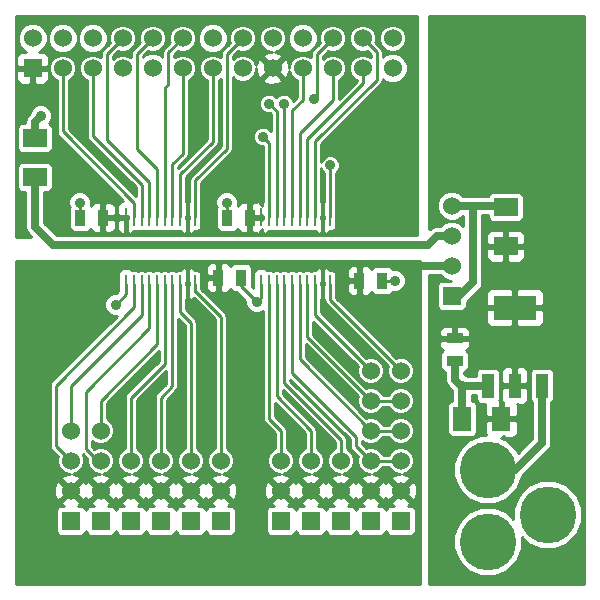
<source format=gtl>
G04 (created by PCBNEW (2013-05-31 BZR 4019)-stable) date 6/30/2014 9:08:31 PM*
%MOIN*%
G04 Gerber Fmt 3.4, Leading zero omitted, Abs format*
%FSLAX34Y34*%
G01*
G70*
G90*
G04 APERTURE LIST*
%ADD10C,0.00590551*%
%ADD11R,0.06X0.06*%
%ADD12C,0.06*%
%ADD13R,0.08X0.06*%
%ADD14R,0.00984252X0.0610236*%
%ADD15R,0.144X0.08*%
%ADD16R,0.04X0.08*%
%ADD17R,0.06X0.08*%
%ADD18C,0.189*%
%ADD19R,0.055X0.035*%
%ADD20R,0.035X0.055*%
%ADD21C,0.035*%
%ADD22C,0.01*%
%ADD23C,0.025*%
G04 APERTURE END LIST*
G54D10*
G54D11*
X728Y-1917D03*
G54D12*
X728Y-917D03*
X1728Y-1917D03*
X1728Y-917D03*
X2728Y-1917D03*
X2728Y-917D03*
X3728Y-1917D03*
X3728Y-917D03*
X4728Y-1917D03*
X4728Y-917D03*
X5728Y-1917D03*
X5728Y-917D03*
X6728Y-1917D03*
X6728Y-917D03*
X7728Y-1917D03*
X7728Y-917D03*
X8728Y-1917D03*
X8728Y-917D03*
X9728Y-1917D03*
X9728Y-917D03*
X10728Y-1917D03*
X10728Y-917D03*
X11728Y-1917D03*
X11728Y-917D03*
X12728Y-1917D03*
X12728Y-917D03*
G54D11*
X3000Y-17000D03*
G54D12*
X3000Y-16000D03*
X3000Y-15000D03*
X3000Y-14000D03*
G54D11*
X4000Y-17000D03*
G54D12*
X4000Y-16000D03*
X4000Y-15000D03*
G54D11*
X6000Y-17000D03*
G54D12*
X6000Y-16000D03*
X6000Y-15000D03*
G54D11*
X9000Y-17000D03*
G54D12*
X9000Y-16000D03*
X9000Y-15000D03*
G54D11*
X11000Y-17000D03*
G54D12*
X11000Y-16000D03*
X11000Y-15000D03*
G54D11*
X7000Y-17000D03*
G54D12*
X7000Y-16000D03*
X7000Y-15000D03*
G54D11*
X10000Y-17000D03*
G54D12*
X10000Y-16000D03*
X10000Y-15000D03*
G54D11*
X13000Y-17000D03*
G54D12*
X13000Y-16000D03*
X13000Y-15000D03*
X13000Y-14000D03*
X13000Y-13000D03*
X13000Y-12000D03*
G54D13*
X16500Y-7850D03*
X16500Y-6550D03*
G54D11*
X2000Y-17000D03*
G54D12*
X2000Y-16000D03*
X2000Y-15000D03*
X2000Y-14000D03*
G54D11*
X5000Y-17000D03*
G54D12*
X5000Y-16000D03*
X5000Y-15000D03*
G54D11*
X12000Y-17000D03*
G54D12*
X12000Y-16000D03*
X12000Y-15000D03*
X12000Y-14000D03*
X12000Y-13000D03*
X12000Y-12000D03*
G54D14*
X8338Y-9102D03*
X8604Y-9102D03*
X8860Y-9102D03*
X9116Y-9102D03*
X9372Y-9102D03*
X9627Y-9102D03*
X9883Y-9102D03*
X10139Y-9102D03*
X10395Y-9102D03*
X10651Y-9102D03*
X10651Y-6897D03*
X10395Y-6897D03*
X10139Y-6897D03*
X9883Y-6897D03*
X9627Y-6897D03*
X9372Y-6897D03*
X9116Y-6897D03*
X8860Y-6897D03*
X8604Y-6897D03*
X8348Y-6897D03*
X3838Y-9102D03*
X4104Y-9102D03*
X4360Y-9102D03*
X4616Y-9102D03*
X4872Y-9102D03*
X5127Y-9102D03*
X5383Y-9102D03*
X5639Y-9102D03*
X5895Y-9102D03*
X6151Y-9102D03*
X6151Y-6897D03*
X5895Y-6897D03*
X5639Y-6897D03*
X5383Y-6897D03*
X5127Y-6897D03*
X4872Y-6897D03*
X4616Y-6897D03*
X4360Y-6897D03*
X4104Y-6897D03*
X3848Y-6897D03*
G54D15*
X16800Y-9900D03*
G54D16*
X16800Y-12500D03*
X17700Y-12500D03*
X15900Y-12500D03*
G54D17*
X16350Y-13600D03*
X15050Y-13600D03*
G54D13*
X800Y-4250D03*
X800Y-5550D03*
G54D11*
X14700Y-9500D03*
G54D12*
X14700Y-8500D03*
X14700Y-7500D03*
X14700Y-6500D03*
G54D18*
X15900Y-17700D03*
X15900Y-15300D03*
X17900Y-16800D03*
G54D19*
X14800Y-10925D03*
X14800Y-11675D03*
G54D20*
X7975Y-6900D03*
X7225Y-6900D03*
X3075Y-6900D03*
X2325Y-6900D03*
X12375Y-9000D03*
X11625Y-9000D03*
X7675Y-8900D03*
X6925Y-8900D03*
G54D21*
X15050Y-12500D03*
X2300Y-6400D03*
X7200Y-6400D03*
X8200Y-9700D03*
X12800Y-9000D03*
X3500Y-9800D03*
X8400Y-4200D03*
X9100Y-3100D03*
X10100Y-2950D03*
X8600Y-3100D03*
X1000Y-3500D03*
X10650Y-5150D03*
G54D22*
X5383Y-9102D02*
X5383Y-12516D01*
X5000Y-12900D02*
X5000Y-15000D01*
X5383Y-12516D02*
X5000Y-12900D01*
X5127Y-9102D02*
X5127Y-11772D01*
X4000Y-12900D02*
X4000Y-15000D01*
X5127Y-11772D02*
X4000Y-12900D01*
X5639Y-9102D02*
X5639Y-10039D01*
X6000Y-10400D02*
X6000Y-15000D01*
X5639Y-10039D02*
X6000Y-10400D01*
X8604Y-9102D02*
X8604Y-13604D01*
X9000Y-14000D02*
X9000Y-15000D01*
X8604Y-13604D02*
X9000Y-14000D01*
X6151Y-9102D02*
X6151Y-9351D01*
X7000Y-10200D02*
X7000Y-15000D01*
X6151Y-9351D02*
X7000Y-10200D01*
X9116Y-9102D02*
X9116Y-12416D01*
X11000Y-14300D02*
X11000Y-15000D01*
X9116Y-12416D02*
X11000Y-14300D01*
X8860Y-9102D02*
X8860Y-12860D01*
X10000Y-14000D02*
X10000Y-15000D01*
X8860Y-12860D02*
X10000Y-14000D01*
X4872Y-9102D02*
X4872Y-11127D01*
X3000Y-13000D02*
X3000Y-14000D01*
X4872Y-11127D02*
X3000Y-13000D01*
X4360Y-9102D02*
X4360Y-10139D01*
X2000Y-12500D02*
X2000Y-14000D01*
X4360Y-10139D02*
X2000Y-12500D01*
X4104Y-9102D02*
X4104Y-9895D01*
X1500Y-14500D02*
X2000Y-15000D01*
X1500Y-12500D02*
X1500Y-14500D01*
X4104Y-9895D02*
X1500Y-12500D01*
X10139Y-9102D02*
X10139Y-10139D01*
X10139Y-10139D02*
X12000Y-12000D01*
X10651Y-9102D02*
X10651Y-9651D01*
X10651Y-9651D02*
X13000Y-12000D01*
X9627Y-9102D02*
X9627Y-11627D01*
X9627Y-11627D02*
X12000Y-14000D01*
X12000Y-14000D02*
X13000Y-14000D01*
X9372Y-9102D02*
X9372Y-12072D01*
X9372Y-12072D02*
X11500Y-14200D01*
X11500Y-14200D02*
X11500Y-14500D01*
X11500Y-14500D02*
X12000Y-15000D01*
X12000Y-15000D02*
X13000Y-15000D01*
X9883Y-9102D02*
X9883Y-10883D01*
X9883Y-10883D02*
X12000Y-13000D01*
X12000Y-13000D02*
X13000Y-13000D01*
X4616Y-9102D02*
X4616Y-10583D01*
X2500Y-12700D02*
X2500Y-14600D01*
X4616Y-10583D02*
X2500Y-12700D01*
X2900Y-15000D02*
X3000Y-15000D01*
X2500Y-14600D02*
X2900Y-15000D01*
G54D23*
X15050Y-13600D02*
X15050Y-12500D01*
X15050Y-13600D02*
X15050Y-12550D01*
X15050Y-12550D02*
X15000Y-12500D01*
X14800Y-11675D02*
X14800Y-12300D01*
X14800Y-12300D02*
X15000Y-12500D01*
X15900Y-12500D02*
X15000Y-12500D01*
G54D22*
X2325Y-6900D02*
X2325Y-6425D01*
X2325Y-6425D02*
X2300Y-6400D01*
X7225Y-6900D02*
X7225Y-6425D01*
X7225Y-6425D02*
X7200Y-6400D01*
X7675Y-8900D02*
X7675Y-9175D01*
X8338Y-9561D02*
X8200Y-9700D01*
X8338Y-9561D02*
X8338Y-9102D01*
X7675Y-9175D02*
X8200Y-9700D01*
X12375Y-9000D02*
X12800Y-9000D01*
X15050Y-12550D02*
X15000Y-12500D01*
X14800Y-12300D02*
X15000Y-12500D01*
X3838Y-9102D02*
X3838Y-9461D01*
X3838Y-9461D02*
X3500Y-9800D01*
X5728Y-1917D02*
X5728Y-4771D01*
X5728Y-4771D02*
X5383Y-5116D01*
X5383Y-6897D02*
X5383Y-5116D01*
X5127Y-3150D02*
X5127Y-2572D01*
X5250Y-1395D02*
X5728Y-917D01*
X5250Y-2450D02*
X5250Y-1395D01*
X5127Y-2572D02*
X5250Y-2450D01*
X5127Y-6897D02*
X5127Y-3150D01*
X6728Y-1917D02*
X6728Y-4371D01*
X6728Y-4371D02*
X5639Y-5460D01*
X5639Y-6897D02*
X5639Y-5460D01*
X8604Y-6897D02*
X8604Y-4404D01*
X8604Y-4404D02*
X8400Y-4200D01*
X7200Y-4600D02*
X6151Y-5648D01*
X6151Y-6897D02*
X6151Y-5648D01*
X7200Y-1445D02*
X7728Y-917D01*
X7200Y-4600D02*
X7200Y-1445D01*
X10728Y-917D02*
X10195Y-1450D01*
X10195Y-1450D02*
X10195Y-2854D01*
X9100Y-3100D02*
X9116Y-3100D01*
X10195Y-2854D02*
X10100Y-2950D01*
X9116Y-6897D02*
X9116Y-3100D01*
X8860Y-6897D02*
X8860Y-3360D01*
X8860Y-3360D02*
X8600Y-3100D01*
G54D23*
X14700Y-8500D02*
X13450Y-8500D01*
X800Y-4250D02*
X800Y-3700D01*
X800Y-3700D02*
X1000Y-3500D01*
G54D22*
X1728Y-917D02*
X1728Y-971D01*
G54D23*
X14700Y-7500D02*
X14200Y-7500D01*
X800Y-7200D02*
X800Y-5550D01*
X1400Y-7800D02*
X800Y-7200D01*
X13900Y-7800D02*
X1400Y-7800D01*
X14200Y-7500D02*
X13900Y-7800D01*
G54D22*
X4200Y-4600D02*
X4872Y-5272D01*
X4872Y-6897D02*
X4872Y-5272D01*
X4200Y-1445D02*
X4728Y-917D01*
X4200Y-4600D02*
X4200Y-1445D01*
X2728Y-3400D02*
X2728Y-4178D01*
X4360Y-5810D02*
X4360Y-6897D01*
X2728Y-4178D02*
X4360Y-5810D01*
X2728Y-3400D02*
X2728Y-1917D01*
X2750Y-1938D02*
X2728Y-1917D01*
X4104Y-6897D02*
X4104Y-6404D01*
X1728Y-4028D02*
X1728Y-1917D01*
X4104Y-6404D02*
X1728Y-4028D01*
X10139Y-6897D02*
X10139Y-4360D01*
X12200Y-1388D02*
X11728Y-917D01*
X12200Y-2300D02*
X12200Y-1388D01*
X10139Y-4360D02*
X12200Y-2300D01*
X10650Y-5150D02*
X10651Y-5150D01*
X10651Y-5150D02*
X10651Y-6897D01*
X9627Y-4300D02*
X9627Y-4072D01*
X10728Y-2971D02*
X10728Y-1917D01*
X9627Y-4072D02*
X10728Y-2971D01*
X9627Y-6897D02*
X9627Y-4300D01*
X9372Y-3650D02*
X9372Y-3327D01*
X9728Y-2971D02*
X9728Y-1917D01*
X9372Y-3327D02*
X9728Y-2971D01*
X9372Y-6897D02*
X9372Y-3650D01*
X9883Y-4450D02*
X9883Y-4266D01*
X11728Y-2421D02*
X11728Y-1917D01*
X9883Y-4266D02*
X11728Y-2421D01*
X9883Y-6897D02*
X9883Y-4450D01*
X3200Y-1445D02*
X3200Y-4300D01*
X3200Y-4300D02*
X4616Y-5716D01*
X4616Y-6897D02*
X4616Y-5716D01*
X3200Y-1445D02*
X3728Y-917D01*
G54D23*
X14700Y-9500D02*
X14950Y-9500D01*
X14950Y-9500D02*
X15400Y-9050D01*
X15400Y-9050D02*
X15400Y-6500D01*
X14700Y-6500D02*
X15400Y-6500D01*
X15400Y-6500D02*
X15500Y-6500D01*
X15500Y-6500D02*
X16450Y-6500D01*
X16450Y-6500D02*
X16500Y-6550D01*
G54D22*
X14700Y-6500D02*
X15700Y-6500D01*
X15700Y-6500D02*
X16450Y-6500D01*
X16450Y-6500D02*
X16500Y-6550D01*
G54D23*
X15900Y-15300D02*
X16800Y-15300D01*
X16800Y-15300D02*
X17700Y-14400D01*
X17700Y-14400D02*
X17700Y-12500D01*
G54D10*
G36*
X13650Y-19121D02*
X13554Y-19121D01*
X13554Y-16081D01*
X13543Y-15863D01*
X13481Y-15712D01*
X13450Y-15703D01*
X13450Y-14910D01*
X13381Y-14745D01*
X13255Y-14618D01*
X13089Y-14550D01*
X12910Y-14549D01*
X12745Y-14618D01*
X12618Y-14744D01*
X12595Y-14800D01*
X12404Y-14800D01*
X12381Y-14745D01*
X12255Y-14618D01*
X12089Y-14550D01*
X11910Y-14549D01*
X11855Y-14572D01*
X11700Y-14417D01*
X11700Y-14336D01*
X11744Y-14381D01*
X11910Y-14449D01*
X12089Y-14450D01*
X12254Y-14381D01*
X12381Y-14255D01*
X12404Y-14200D01*
X12595Y-14200D01*
X12618Y-14254D01*
X12744Y-14381D01*
X12910Y-14449D01*
X13089Y-14450D01*
X13254Y-14381D01*
X13381Y-14255D01*
X13449Y-14089D01*
X13450Y-13910D01*
X13381Y-13745D01*
X13255Y-13618D01*
X13089Y-13550D01*
X12910Y-13549D01*
X12745Y-13618D01*
X12618Y-13744D01*
X12595Y-13800D01*
X12404Y-13800D01*
X12381Y-13745D01*
X12255Y-13618D01*
X12089Y-13550D01*
X11910Y-13549D01*
X11855Y-13572D01*
X9827Y-11545D01*
X9827Y-11110D01*
X11572Y-12855D01*
X11550Y-12910D01*
X11549Y-13089D01*
X11618Y-13254D01*
X11744Y-13381D01*
X11910Y-13449D01*
X12089Y-13450D01*
X12254Y-13381D01*
X12381Y-13255D01*
X12404Y-13200D01*
X12595Y-13200D01*
X12618Y-13254D01*
X12744Y-13381D01*
X12910Y-13449D01*
X13089Y-13450D01*
X13254Y-13381D01*
X13381Y-13255D01*
X13449Y-13089D01*
X13450Y-12910D01*
X13450Y-11910D01*
X13381Y-11745D01*
X13255Y-11618D01*
X13175Y-11585D01*
X13175Y-8925D01*
X13118Y-8787D01*
X13012Y-8682D01*
X12874Y-8625D01*
X12725Y-8624D01*
X12725Y-8625D01*
X12719Y-8611D01*
X12663Y-8555D01*
X12589Y-8525D01*
X12510Y-8524D01*
X12160Y-8524D01*
X12086Y-8555D01*
X12030Y-8611D01*
X12027Y-8619D01*
X12011Y-8583D01*
X11941Y-8512D01*
X11849Y-8474D01*
X11737Y-8475D01*
X11675Y-8537D01*
X11675Y-8950D01*
X11682Y-8950D01*
X11682Y-9050D01*
X11675Y-9050D01*
X11675Y-9462D01*
X11737Y-9525D01*
X11849Y-9525D01*
X11941Y-9487D01*
X12011Y-9416D01*
X12027Y-9380D01*
X12030Y-9388D01*
X12086Y-9444D01*
X12160Y-9474D01*
X12239Y-9475D01*
X12589Y-9475D01*
X12663Y-9444D01*
X12719Y-9388D01*
X12725Y-9374D01*
X12725Y-9374D01*
X12874Y-9375D01*
X13012Y-9318D01*
X13117Y-9212D01*
X13174Y-9074D01*
X13175Y-8925D01*
X13175Y-11585D01*
X13089Y-11550D01*
X12910Y-11549D01*
X12855Y-11572D01*
X11575Y-10292D01*
X11575Y-9462D01*
X11575Y-9050D01*
X11575Y-8950D01*
X11575Y-8537D01*
X11512Y-8475D01*
X11400Y-8474D01*
X11308Y-8512D01*
X11238Y-8583D01*
X11200Y-8675D01*
X11199Y-8774D01*
X11200Y-8887D01*
X11262Y-8950D01*
X11575Y-8950D01*
X11575Y-9050D01*
X11262Y-9050D01*
X11200Y-9112D01*
X11199Y-9225D01*
X11200Y-9324D01*
X11238Y-9416D01*
X11308Y-9487D01*
X11400Y-9525D01*
X11512Y-9525D01*
X11575Y-9462D01*
X11575Y-10292D01*
X10851Y-9568D01*
X10851Y-9102D01*
X10850Y-9098D01*
X10850Y-8767D01*
X10828Y-8712D01*
X10785Y-8670D01*
X10730Y-8647D01*
X10671Y-8647D01*
X10648Y-8647D01*
X10586Y-8585D01*
X10494Y-8547D01*
X10482Y-8547D01*
X10420Y-8609D01*
X10420Y-9052D01*
X10444Y-9052D01*
X10444Y-9152D01*
X10420Y-9152D01*
X10420Y-9594D01*
X10451Y-9626D01*
X10451Y-9651D01*
X10466Y-9728D01*
X10510Y-9792D01*
X12572Y-11855D01*
X12550Y-11910D01*
X12549Y-12089D01*
X12618Y-12254D01*
X12744Y-12381D01*
X12910Y-12449D01*
X13089Y-12450D01*
X13254Y-12381D01*
X13381Y-12255D01*
X13449Y-12089D01*
X13450Y-11910D01*
X13450Y-12910D01*
X13381Y-12745D01*
X13255Y-12618D01*
X13089Y-12550D01*
X12910Y-12549D01*
X12745Y-12618D01*
X12618Y-12744D01*
X12595Y-12800D01*
X12404Y-12800D01*
X12381Y-12745D01*
X12255Y-12618D01*
X12089Y-12550D01*
X11910Y-12549D01*
X11855Y-12572D01*
X10083Y-10801D01*
X10083Y-10366D01*
X11572Y-11855D01*
X11550Y-11910D01*
X11549Y-12089D01*
X11618Y-12254D01*
X11744Y-12381D01*
X11910Y-12449D01*
X12089Y-12450D01*
X12254Y-12381D01*
X12381Y-12255D01*
X12449Y-12089D01*
X12450Y-11910D01*
X12381Y-11745D01*
X12255Y-11618D01*
X12089Y-11550D01*
X11910Y-11549D01*
X11855Y-11572D01*
X10339Y-10056D01*
X10339Y-9626D01*
X10371Y-9594D01*
X10371Y-9152D01*
X10346Y-9152D01*
X10346Y-9052D01*
X10371Y-9052D01*
X10371Y-8609D01*
X10308Y-8547D01*
X10296Y-8547D01*
X10205Y-8585D01*
X10142Y-8647D01*
X10060Y-8647D01*
X10011Y-8667D01*
X9963Y-8647D01*
X9903Y-8647D01*
X9804Y-8647D01*
X9755Y-8667D01*
X9707Y-8647D01*
X9647Y-8647D01*
X9549Y-8647D01*
X9499Y-8667D01*
X9451Y-8647D01*
X9391Y-8647D01*
X9293Y-8647D01*
X9244Y-8667D01*
X9195Y-8647D01*
X9135Y-8647D01*
X9037Y-8647D01*
X8988Y-8667D01*
X8939Y-8647D01*
X8879Y-8647D01*
X8781Y-8647D01*
X8732Y-8667D01*
X8683Y-8647D01*
X8623Y-8647D01*
X8525Y-8647D01*
X8522Y-8648D01*
X8501Y-8627D01*
X8427Y-8597D01*
X8348Y-8597D01*
X8249Y-8597D01*
X8176Y-8627D01*
X8119Y-8683D01*
X8089Y-8757D01*
X8089Y-8836D01*
X8089Y-9098D01*
X8088Y-9102D01*
X8088Y-9235D01*
X8049Y-9196D01*
X8050Y-9135D01*
X8050Y-8585D01*
X8019Y-8511D01*
X7963Y-8455D01*
X7889Y-8425D01*
X7810Y-8424D01*
X7460Y-8424D01*
X7386Y-8455D01*
X7330Y-8511D01*
X7327Y-8519D01*
X7311Y-8483D01*
X7241Y-8412D01*
X7149Y-8374D01*
X7037Y-8375D01*
X6975Y-8437D01*
X6975Y-8850D01*
X6982Y-8850D01*
X6982Y-8950D01*
X6975Y-8950D01*
X6975Y-9362D01*
X7037Y-9425D01*
X7149Y-9425D01*
X7241Y-9387D01*
X7311Y-9316D01*
X7327Y-9280D01*
X7330Y-9288D01*
X7386Y-9344D01*
X7460Y-9374D01*
X7521Y-9375D01*
X7825Y-9678D01*
X7824Y-9774D01*
X7881Y-9912D01*
X7987Y-10017D01*
X8125Y-10074D01*
X8274Y-10075D01*
X8404Y-10021D01*
X8404Y-13604D01*
X8419Y-13680D01*
X8462Y-13745D01*
X8800Y-14082D01*
X8800Y-14595D01*
X8745Y-14618D01*
X8618Y-14744D01*
X8550Y-14910D01*
X8549Y-15089D01*
X8618Y-15254D01*
X8744Y-15381D01*
X8910Y-15449D01*
X8986Y-15449D01*
X8863Y-15456D01*
X8712Y-15518D01*
X8684Y-15614D01*
X9000Y-15929D01*
X9315Y-15614D01*
X9287Y-15518D01*
X9092Y-15448D01*
X9254Y-15381D01*
X9381Y-15255D01*
X9449Y-15089D01*
X9450Y-14910D01*
X9381Y-14745D01*
X9255Y-14618D01*
X9200Y-14595D01*
X9200Y-14000D01*
X9184Y-13923D01*
X9184Y-13923D01*
X9170Y-13901D01*
X9141Y-13858D01*
X9141Y-13858D01*
X8804Y-13521D01*
X8804Y-13087D01*
X9800Y-14082D01*
X9800Y-14595D01*
X9745Y-14618D01*
X9618Y-14744D01*
X9550Y-14910D01*
X9549Y-15089D01*
X9618Y-15254D01*
X9744Y-15381D01*
X9910Y-15449D01*
X9986Y-15449D01*
X9863Y-15456D01*
X9712Y-15518D01*
X9684Y-15614D01*
X10000Y-15929D01*
X10315Y-15614D01*
X10287Y-15518D01*
X10092Y-15448D01*
X10254Y-15381D01*
X10381Y-15255D01*
X10449Y-15089D01*
X10450Y-14910D01*
X10381Y-14745D01*
X10255Y-14618D01*
X10200Y-14595D01*
X10200Y-14000D01*
X10187Y-13936D01*
X10184Y-13923D01*
X10184Y-13923D01*
X10141Y-13858D01*
X9060Y-12777D01*
X9060Y-12643D01*
X10800Y-14382D01*
X10800Y-14595D01*
X10745Y-14618D01*
X10618Y-14744D01*
X10550Y-14910D01*
X10549Y-15089D01*
X10618Y-15254D01*
X10744Y-15381D01*
X10910Y-15449D01*
X10986Y-15449D01*
X10863Y-15456D01*
X10712Y-15518D01*
X10684Y-15614D01*
X11000Y-15929D01*
X11315Y-15614D01*
X11287Y-15518D01*
X11092Y-15448D01*
X11254Y-15381D01*
X11381Y-15255D01*
X11449Y-15089D01*
X11450Y-14910D01*
X11381Y-14745D01*
X11255Y-14618D01*
X11200Y-14595D01*
X11200Y-14300D01*
X11199Y-14299D01*
X11184Y-14223D01*
X11184Y-14223D01*
X11170Y-14201D01*
X11141Y-14158D01*
X11141Y-14158D01*
X9316Y-12333D01*
X9316Y-12298D01*
X11300Y-14282D01*
X11300Y-14500D01*
X11315Y-14576D01*
X11358Y-14641D01*
X11572Y-14855D01*
X11550Y-14910D01*
X11549Y-15089D01*
X11618Y-15254D01*
X11744Y-15381D01*
X11910Y-15449D01*
X11986Y-15449D01*
X11863Y-15456D01*
X11712Y-15518D01*
X11684Y-15614D01*
X12000Y-15929D01*
X12315Y-15614D01*
X12287Y-15518D01*
X12092Y-15448D01*
X12254Y-15381D01*
X12381Y-15255D01*
X12404Y-15200D01*
X12595Y-15200D01*
X12618Y-15254D01*
X12744Y-15381D01*
X12910Y-15449D01*
X12986Y-15449D01*
X12863Y-15456D01*
X12712Y-15518D01*
X12684Y-15614D01*
X13000Y-15929D01*
X13315Y-15614D01*
X13287Y-15518D01*
X13092Y-15448D01*
X13254Y-15381D01*
X13381Y-15255D01*
X13449Y-15089D01*
X13450Y-14910D01*
X13450Y-15703D01*
X13385Y-15684D01*
X13070Y-16000D01*
X13385Y-16315D01*
X13481Y-16287D01*
X13554Y-16081D01*
X13554Y-19121D01*
X13500Y-19121D01*
X13500Y-17260D01*
X13500Y-16660D01*
X13469Y-16586D01*
X13413Y-16530D01*
X13339Y-16500D01*
X13260Y-16499D01*
X13242Y-16499D01*
X13287Y-16481D01*
X13315Y-16385D01*
X13000Y-16070D01*
X12929Y-16141D01*
X12929Y-16000D01*
X12614Y-15684D01*
X12518Y-15712D01*
X12501Y-15760D01*
X12481Y-15712D01*
X12385Y-15684D01*
X12070Y-16000D01*
X12385Y-16315D01*
X12481Y-16287D01*
X12498Y-16239D01*
X12518Y-16287D01*
X12614Y-16315D01*
X12929Y-16000D01*
X12929Y-16141D01*
X12684Y-16385D01*
X12712Y-16481D01*
X12764Y-16499D01*
X12660Y-16499D01*
X12586Y-16530D01*
X12530Y-16586D01*
X12500Y-16660D01*
X12500Y-16660D01*
X12469Y-16586D01*
X12413Y-16530D01*
X12339Y-16500D01*
X12260Y-16499D01*
X12242Y-16499D01*
X12287Y-16481D01*
X12315Y-16385D01*
X12000Y-16070D01*
X11929Y-16141D01*
X11929Y-16000D01*
X11614Y-15684D01*
X11518Y-15712D01*
X11501Y-15760D01*
X11481Y-15712D01*
X11385Y-15684D01*
X11070Y-16000D01*
X11385Y-16315D01*
X11481Y-16287D01*
X11498Y-16239D01*
X11518Y-16287D01*
X11614Y-16315D01*
X11929Y-16000D01*
X11929Y-16141D01*
X11684Y-16385D01*
X11712Y-16481D01*
X11764Y-16499D01*
X11660Y-16499D01*
X11586Y-16530D01*
X11530Y-16586D01*
X11500Y-16660D01*
X11500Y-16660D01*
X11469Y-16586D01*
X11413Y-16530D01*
X11339Y-16500D01*
X11260Y-16499D01*
X11242Y-16499D01*
X11287Y-16481D01*
X11315Y-16385D01*
X11000Y-16070D01*
X10929Y-16141D01*
X10929Y-16000D01*
X10614Y-15684D01*
X10518Y-15712D01*
X10501Y-15760D01*
X10481Y-15712D01*
X10385Y-15684D01*
X10070Y-16000D01*
X10385Y-16315D01*
X10481Y-16287D01*
X10498Y-16239D01*
X10518Y-16287D01*
X10614Y-16315D01*
X10929Y-16000D01*
X10929Y-16141D01*
X10684Y-16385D01*
X10712Y-16481D01*
X10764Y-16499D01*
X10660Y-16499D01*
X10586Y-16530D01*
X10530Y-16586D01*
X10500Y-16660D01*
X10500Y-16660D01*
X10469Y-16586D01*
X10413Y-16530D01*
X10339Y-16500D01*
X10260Y-16499D01*
X10242Y-16499D01*
X10287Y-16481D01*
X10315Y-16385D01*
X10000Y-16070D01*
X9929Y-16141D01*
X9929Y-16000D01*
X9614Y-15684D01*
X9518Y-15712D01*
X9501Y-15760D01*
X9481Y-15712D01*
X9385Y-15684D01*
X9070Y-16000D01*
X9385Y-16315D01*
X9481Y-16287D01*
X9498Y-16239D01*
X9518Y-16287D01*
X9614Y-16315D01*
X9929Y-16000D01*
X9929Y-16141D01*
X9684Y-16385D01*
X9712Y-16481D01*
X9764Y-16499D01*
X9660Y-16499D01*
X9586Y-16530D01*
X9530Y-16586D01*
X9500Y-16660D01*
X9500Y-16660D01*
X9469Y-16586D01*
X9413Y-16530D01*
X9339Y-16500D01*
X9260Y-16499D01*
X9242Y-16499D01*
X9287Y-16481D01*
X9315Y-16385D01*
X9000Y-16070D01*
X8929Y-16141D01*
X8929Y-16000D01*
X8614Y-15684D01*
X8518Y-15712D01*
X8445Y-15918D01*
X8456Y-16136D01*
X8518Y-16287D01*
X8614Y-16315D01*
X8929Y-16000D01*
X8929Y-16141D01*
X8684Y-16385D01*
X8712Y-16481D01*
X8764Y-16499D01*
X8660Y-16499D01*
X8586Y-16530D01*
X8530Y-16586D01*
X8500Y-16660D01*
X8499Y-16739D01*
X8499Y-17339D01*
X8530Y-17413D01*
X8586Y-17469D01*
X8660Y-17499D01*
X8739Y-17500D01*
X9339Y-17500D01*
X9413Y-17469D01*
X9469Y-17413D01*
X9499Y-17339D01*
X9499Y-17339D01*
X9530Y-17413D01*
X9586Y-17469D01*
X9660Y-17499D01*
X9739Y-17500D01*
X10339Y-17500D01*
X10413Y-17469D01*
X10469Y-17413D01*
X10499Y-17339D01*
X10499Y-17339D01*
X10530Y-17413D01*
X10586Y-17469D01*
X10660Y-17499D01*
X10739Y-17500D01*
X11339Y-17500D01*
X11413Y-17469D01*
X11469Y-17413D01*
X11499Y-17339D01*
X11499Y-17339D01*
X11530Y-17413D01*
X11586Y-17469D01*
X11660Y-17499D01*
X11739Y-17500D01*
X12339Y-17500D01*
X12413Y-17469D01*
X12469Y-17413D01*
X12499Y-17339D01*
X12499Y-17339D01*
X12530Y-17413D01*
X12586Y-17469D01*
X12660Y-17499D01*
X12739Y-17500D01*
X13339Y-17500D01*
X13413Y-17469D01*
X13469Y-17413D01*
X13499Y-17339D01*
X13500Y-17260D01*
X13500Y-19121D01*
X7554Y-19121D01*
X7554Y-16081D01*
X7543Y-15863D01*
X7481Y-15712D01*
X7450Y-15703D01*
X7450Y-14910D01*
X7381Y-14745D01*
X7255Y-14618D01*
X7200Y-14595D01*
X7200Y-10200D01*
X7187Y-10136D01*
X7184Y-10123D01*
X7184Y-10123D01*
X7141Y-10058D01*
X6875Y-9792D01*
X6875Y-9362D01*
X6875Y-8950D01*
X6875Y-8850D01*
X6875Y-8437D01*
X6812Y-8375D01*
X6700Y-8374D01*
X6608Y-8412D01*
X6538Y-8483D01*
X6500Y-8575D01*
X6499Y-8674D01*
X6500Y-8787D01*
X6562Y-8850D01*
X6875Y-8850D01*
X6875Y-8950D01*
X6562Y-8950D01*
X6500Y-9012D01*
X6499Y-9125D01*
X6500Y-9224D01*
X6538Y-9316D01*
X6608Y-9387D01*
X6700Y-9425D01*
X6812Y-9425D01*
X6875Y-9362D01*
X6875Y-9792D01*
X6351Y-9268D01*
X6351Y-9102D01*
X6350Y-9098D01*
X6350Y-8767D01*
X6328Y-8712D01*
X6285Y-8670D01*
X6230Y-8647D01*
X6171Y-8647D01*
X6148Y-8647D01*
X6086Y-8585D01*
X5994Y-8547D01*
X5982Y-8547D01*
X5920Y-8609D01*
X5920Y-9052D01*
X5944Y-9052D01*
X5944Y-9152D01*
X5920Y-9152D01*
X5920Y-9594D01*
X5982Y-9657D01*
X5994Y-9657D01*
X6086Y-9619D01*
X6111Y-9594D01*
X6800Y-10282D01*
X6800Y-14595D01*
X6745Y-14618D01*
X6618Y-14744D01*
X6550Y-14910D01*
X6549Y-15089D01*
X6618Y-15254D01*
X6744Y-15381D01*
X6910Y-15449D01*
X6986Y-15449D01*
X6863Y-15456D01*
X6712Y-15518D01*
X6684Y-15614D01*
X7000Y-15929D01*
X7315Y-15614D01*
X7287Y-15518D01*
X7092Y-15448D01*
X7254Y-15381D01*
X7381Y-15255D01*
X7449Y-15089D01*
X7450Y-14910D01*
X7450Y-15703D01*
X7385Y-15684D01*
X7070Y-16000D01*
X7385Y-16315D01*
X7481Y-16287D01*
X7554Y-16081D01*
X7554Y-19121D01*
X7500Y-19121D01*
X7500Y-17260D01*
X7500Y-16660D01*
X7469Y-16586D01*
X7413Y-16530D01*
X7339Y-16500D01*
X7260Y-16499D01*
X7242Y-16499D01*
X7287Y-16481D01*
X7315Y-16385D01*
X7000Y-16070D01*
X6929Y-16141D01*
X6929Y-16000D01*
X6614Y-15684D01*
X6518Y-15712D01*
X6501Y-15760D01*
X6481Y-15712D01*
X6450Y-15703D01*
X6450Y-14910D01*
X6381Y-14745D01*
X6255Y-14618D01*
X6200Y-14595D01*
X6200Y-10400D01*
X6187Y-10336D01*
X6184Y-10323D01*
X6184Y-10323D01*
X6141Y-10258D01*
X6141Y-10258D01*
X5839Y-9956D01*
X5839Y-9626D01*
X5871Y-9594D01*
X5871Y-9152D01*
X5846Y-9152D01*
X5846Y-9052D01*
X5871Y-9052D01*
X5871Y-8609D01*
X5808Y-8547D01*
X5796Y-8547D01*
X5705Y-8585D01*
X5642Y-8647D01*
X5560Y-8647D01*
X5511Y-8667D01*
X5463Y-8647D01*
X5403Y-8647D01*
X5304Y-8647D01*
X5255Y-8667D01*
X5207Y-8647D01*
X5147Y-8647D01*
X5049Y-8647D01*
X4999Y-8667D01*
X4951Y-8647D01*
X4891Y-8647D01*
X4793Y-8647D01*
X4744Y-8667D01*
X4695Y-8647D01*
X4635Y-8647D01*
X4537Y-8647D01*
X4488Y-8667D01*
X4439Y-8647D01*
X4379Y-8647D01*
X4281Y-8647D01*
X4232Y-8667D01*
X4183Y-8647D01*
X4123Y-8647D01*
X4025Y-8647D01*
X4022Y-8648D01*
X4001Y-8627D01*
X3927Y-8597D01*
X3848Y-8597D01*
X3749Y-8597D01*
X3676Y-8627D01*
X3619Y-8683D01*
X3589Y-8757D01*
X3589Y-8836D01*
X3589Y-9098D01*
X3588Y-9102D01*
X3588Y-9357D01*
X3521Y-9425D01*
X3425Y-9424D01*
X3287Y-9481D01*
X3182Y-9587D01*
X3125Y-9725D01*
X3124Y-9874D01*
X3181Y-10012D01*
X3287Y-10117D01*
X3425Y-10174D01*
X3542Y-10175D01*
X1358Y-12358D01*
X1315Y-12423D01*
X1300Y-12500D01*
X1300Y-14500D01*
X1315Y-14576D01*
X1358Y-14641D01*
X1572Y-14855D01*
X1550Y-14910D01*
X1549Y-15089D01*
X1618Y-15254D01*
X1744Y-15381D01*
X1910Y-15449D01*
X1986Y-15449D01*
X1863Y-15456D01*
X1712Y-15518D01*
X1684Y-15614D01*
X2000Y-15929D01*
X2315Y-15614D01*
X2287Y-15518D01*
X2092Y-15448D01*
X2254Y-15381D01*
X2381Y-15255D01*
X2449Y-15089D01*
X2450Y-14910D01*
X2395Y-14778D01*
X2550Y-14932D01*
X2549Y-15089D01*
X2618Y-15254D01*
X2744Y-15381D01*
X2910Y-15449D01*
X2986Y-15449D01*
X2863Y-15456D01*
X2712Y-15518D01*
X2684Y-15614D01*
X3000Y-15929D01*
X3315Y-15614D01*
X3287Y-15518D01*
X3092Y-15448D01*
X3254Y-15381D01*
X3381Y-15255D01*
X3449Y-15089D01*
X3450Y-14910D01*
X3381Y-14745D01*
X3255Y-14618D01*
X3089Y-14550D01*
X2910Y-14549D01*
X2784Y-14602D01*
X2700Y-14517D01*
X2700Y-14336D01*
X2744Y-14381D01*
X2910Y-14449D01*
X3089Y-14450D01*
X3254Y-14381D01*
X3381Y-14255D01*
X3449Y-14089D01*
X3450Y-13910D01*
X3381Y-13745D01*
X3255Y-13618D01*
X3200Y-13595D01*
X3200Y-13082D01*
X4927Y-11354D01*
X4927Y-11689D01*
X3858Y-12758D01*
X3815Y-12823D01*
X3800Y-12900D01*
X3800Y-14595D01*
X3745Y-14618D01*
X3618Y-14744D01*
X3550Y-14910D01*
X3549Y-15089D01*
X3618Y-15254D01*
X3744Y-15381D01*
X3910Y-15449D01*
X3986Y-15449D01*
X3863Y-15456D01*
X3712Y-15518D01*
X3684Y-15614D01*
X4000Y-15929D01*
X4315Y-15614D01*
X4287Y-15518D01*
X4092Y-15448D01*
X4254Y-15381D01*
X4381Y-15255D01*
X4449Y-15089D01*
X4450Y-14910D01*
X4381Y-14745D01*
X4255Y-14618D01*
X4200Y-14595D01*
X4200Y-12982D01*
X5183Y-11998D01*
X5183Y-12433D01*
X4858Y-12758D01*
X4815Y-12823D01*
X4800Y-12900D01*
X4800Y-14595D01*
X4745Y-14618D01*
X4618Y-14744D01*
X4550Y-14910D01*
X4549Y-15089D01*
X4618Y-15254D01*
X4744Y-15381D01*
X4910Y-15449D01*
X4986Y-15449D01*
X4863Y-15456D01*
X4712Y-15518D01*
X4684Y-15614D01*
X5000Y-15929D01*
X5315Y-15614D01*
X5287Y-15518D01*
X5092Y-15448D01*
X5254Y-15381D01*
X5381Y-15255D01*
X5449Y-15089D01*
X5450Y-14910D01*
X5381Y-14745D01*
X5255Y-14618D01*
X5200Y-14595D01*
X5200Y-12982D01*
X5525Y-12657D01*
X5568Y-12592D01*
X5568Y-12592D01*
X5571Y-12579D01*
X5583Y-12516D01*
X5583Y-12516D01*
X5583Y-10266D01*
X5800Y-10482D01*
X5800Y-14595D01*
X5745Y-14618D01*
X5618Y-14744D01*
X5550Y-14910D01*
X5549Y-15089D01*
X5618Y-15254D01*
X5744Y-15381D01*
X5910Y-15449D01*
X5986Y-15449D01*
X5863Y-15456D01*
X5712Y-15518D01*
X5684Y-15614D01*
X6000Y-15929D01*
X6315Y-15614D01*
X6287Y-15518D01*
X6092Y-15448D01*
X6254Y-15381D01*
X6381Y-15255D01*
X6449Y-15089D01*
X6450Y-14910D01*
X6450Y-15703D01*
X6385Y-15684D01*
X6070Y-16000D01*
X6385Y-16315D01*
X6481Y-16287D01*
X6498Y-16239D01*
X6518Y-16287D01*
X6614Y-16315D01*
X6929Y-16000D01*
X6929Y-16141D01*
X6684Y-16385D01*
X6712Y-16481D01*
X6764Y-16499D01*
X6660Y-16499D01*
X6586Y-16530D01*
X6530Y-16586D01*
X6500Y-16660D01*
X6500Y-16660D01*
X6469Y-16586D01*
X6413Y-16530D01*
X6339Y-16500D01*
X6260Y-16499D01*
X6242Y-16499D01*
X6287Y-16481D01*
X6315Y-16385D01*
X6000Y-16070D01*
X5929Y-16141D01*
X5929Y-16000D01*
X5614Y-15684D01*
X5518Y-15712D01*
X5501Y-15760D01*
X5481Y-15712D01*
X5385Y-15684D01*
X5070Y-16000D01*
X5385Y-16315D01*
X5481Y-16287D01*
X5498Y-16239D01*
X5518Y-16287D01*
X5614Y-16315D01*
X5929Y-16000D01*
X5929Y-16141D01*
X5684Y-16385D01*
X5712Y-16481D01*
X5764Y-16499D01*
X5660Y-16499D01*
X5586Y-16530D01*
X5530Y-16586D01*
X5500Y-16660D01*
X5500Y-16660D01*
X5469Y-16586D01*
X5413Y-16530D01*
X5339Y-16500D01*
X5260Y-16499D01*
X5242Y-16499D01*
X5287Y-16481D01*
X5315Y-16385D01*
X5000Y-16070D01*
X4929Y-16141D01*
X4929Y-16000D01*
X4614Y-15684D01*
X4518Y-15712D01*
X4501Y-15760D01*
X4481Y-15712D01*
X4385Y-15684D01*
X4070Y-16000D01*
X4385Y-16315D01*
X4481Y-16287D01*
X4498Y-16239D01*
X4518Y-16287D01*
X4614Y-16315D01*
X4929Y-16000D01*
X4929Y-16141D01*
X4684Y-16385D01*
X4712Y-16481D01*
X4764Y-16499D01*
X4660Y-16499D01*
X4586Y-16530D01*
X4530Y-16586D01*
X4500Y-16660D01*
X4500Y-16660D01*
X4469Y-16586D01*
X4413Y-16530D01*
X4339Y-16500D01*
X4260Y-16499D01*
X4242Y-16499D01*
X4287Y-16481D01*
X4315Y-16385D01*
X4000Y-16070D01*
X3929Y-16141D01*
X3929Y-16000D01*
X3614Y-15684D01*
X3518Y-15712D01*
X3501Y-15760D01*
X3481Y-15712D01*
X3385Y-15684D01*
X3070Y-16000D01*
X3385Y-16315D01*
X3481Y-16287D01*
X3498Y-16239D01*
X3518Y-16287D01*
X3614Y-16315D01*
X3929Y-16000D01*
X3929Y-16141D01*
X3684Y-16385D01*
X3712Y-16481D01*
X3764Y-16499D01*
X3660Y-16499D01*
X3586Y-16530D01*
X3530Y-16586D01*
X3500Y-16660D01*
X3500Y-16660D01*
X3469Y-16586D01*
X3413Y-16530D01*
X3339Y-16500D01*
X3260Y-16499D01*
X3242Y-16499D01*
X3287Y-16481D01*
X3315Y-16385D01*
X3000Y-16070D01*
X2929Y-16141D01*
X2929Y-16000D01*
X2614Y-15684D01*
X2518Y-15712D01*
X2501Y-15760D01*
X2481Y-15712D01*
X2385Y-15684D01*
X2070Y-16000D01*
X2385Y-16315D01*
X2481Y-16287D01*
X2498Y-16239D01*
X2518Y-16287D01*
X2614Y-16315D01*
X2929Y-16000D01*
X2929Y-16141D01*
X2684Y-16385D01*
X2712Y-16481D01*
X2764Y-16499D01*
X2660Y-16499D01*
X2586Y-16530D01*
X2530Y-16586D01*
X2500Y-16660D01*
X2500Y-16660D01*
X2469Y-16586D01*
X2413Y-16530D01*
X2339Y-16500D01*
X2260Y-16499D01*
X2242Y-16499D01*
X2287Y-16481D01*
X2315Y-16385D01*
X2000Y-16070D01*
X1929Y-16141D01*
X1929Y-16000D01*
X1614Y-15684D01*
X1518Y-15712D01*
X1445Y-15918D01*
X1456Y-16136D01*
X1518Y-16287D01*
X1614Y-16315D01*
X1929Y-16000D01*
X1929Y-16141D01*
X1684Y-16385D01*
X1712Y-16481D01*
X1764Y-16499D01*
X1660Y-16499D01*
X1586Y-16530D01*
X1530Y-16586D01*
X1500Y-16660D01*
X1499Y-16739D01*
X1499Y-17339D01*
X1530Y-17413D01*
X1586Y-17469D01*
X1660Y-17499D01*
X1739Y-17500D01*
X2339Y-17500D01*
X2413Y-17469D01*
X2469Y-17413D01*
X2499Y-17339D01*
X2499Y-17339D01*
X2530Y-17413D01*
X2586Y-17469D01*
X2660Y-17499D01*
X2739Y-17500D01*
X3339Y-17500D01*
X3413Y-17469D01*
X3469Y-17413D01*
X3499Y-17339D01*
X3499Y-17339D01*
X3530Y-17413D01*
X3586Y-17469D01*
X3660Y-17499D01*
X3739Y-17500D01*
X4339Y-17500D01*
X4413Y-17469D01*
X4469Y-17413D01*
X4499Y-17339D01*
X4499Y-17339D01*
X4530Y-17413D01*
X4586Y-17469D01*
X4660Y-17499D01*
X4739Y-17500D01*
X5339Y-17500D01*
X5413Y-17469D01*
X5469Y-17413D01*
X5499Y-17339D01*
X5499Y-17339D01*
X5530Y-17413D01*
X5586Y-17469D01*
X5660Y-17499D01*
X5739Y-17500D01*
X6339Y-17500D01*
X6413Y-17469D01*
X6469Y-17413D01*
X6499Y-17339D01*
X6499Y-17339D01*
X6530Y-17413D01*
X6586Y-17469D01*
X6660Y-17499D01*
X6739Y-17500D01*
X7339Y-17500D01*
X7413Y-17469D01*
X7469Y-17413D01*
X7499Y-17339D01*
X7500Y-17260D01*
X7500Y-19121D01*
X169Y-19121D01*
X169Y-8350D01*
X13650Y-8350D01*
X13650Y-19121D01*
X13650Y-19121D01*
G37*
G54D22*
X13650Y-19121D02*
X13554Y-19121D01*
X13554Y-16081D01*
X13543Y-15863D01*
X13481Y-15712D01*
X13450Y-15703D01*
X13450Y-14910D01*
X13381Y-14745D01*
X13255Y-14618D01*
X13089Y-14550D01*
X12910Y-14549D01*
X12745Y-14618D01*
X12618Y-14744D01*
X12595Y-14800D01*
X12404Y-14800D01*
X12381Y-14745D01*
X12255Y-14618D01*
X12089Y-14550D01*
X11910Y-14549D01*
X11855Y-14572D01*
X11700Y-14417D01*
X11700Y-14336D01*
X11744Y-14381D01*
X11910Y-14449D01*
X12089Y-14450D01*
X12254Y-14381D01*
X12381Y-14255D01*
X12404Y-14200D01*
X12595Y-14200D01*
X12618Y-14254D01*
X12744Y-14381D01*
X12910Y-14449D01*
X13089Y-14450D01*
X13254Y-14381D01*
X13381Y-14255D01*
X13449Y-14089D01*
X13450Y-13910D01*
X13381Y-13745D01*
X13255Y-13618D01*
X13089Y-13550D01*
X12910Y-13549D01*
X12745Y-13618D01*
X12618Y-13744D01*
X12595Y-13800D01*
X12404Y-13800D01*
X12381Y-13745D01*
X12255Y-13618D01*
X12089Y-13550D01*
X11910Y-13549D01*
X11855Y-13572D01*
X9827Y-11545D01*
X9827Y-11110D01*
X11572Y-12855D01*
X11550Y-12910D01*
X11549Y-13089D01*
X11618Y-13254D01*
X11744Y-13381D01*
X11910Y-13449D01*
X12089Y-13450D01*
X12254Y-13381D01*
X12381Y-13255D01*
X12404Y-13200D01*
X12595Y-13200D01*
X12618Y-13254D01*
X12744Y-13381D01*
X12910Y-13449D01*
X13089Y-13450D01*
X13254Y-13381D01*
X13381Y-13255D01*
X13449Y-13089D01*
X13450Y-12910D01*
X13450Y-11910D01*
X13381Y-11745D01*
X13255Y-11618D01*
X13175Y-11585D01*
X13175Y-8925D01*
X13118Y-8787D01*
X13012Y-8682D01*
X12874Y-8625D01*
X12725Y-8624D01*
X12725Y-8625D01*
X12719Y-8611D01*
X12663Y-8555D01*
X12589Y-8525D01*
X12510Y-8524D01*
X12160Y-8524D01*
X12086Y-8555D01*
X12030Y-8611D01*
X12027Y-8619D01*
X12011Y-8583D01*
X11941Y-8512D01*
X11849Y-8474D01*
X11737Y-8475D01*
X11675Y-8537D01*
X11675Y-8950D01*
X11682Y-8950D01*
X11682Y-9050D01*
X11675Y-9050D01*
X11675Y-9462D01*
X11737Y-9525D01*
X11849Y-9525D01*
X11941Y-9487D01*
X12011Y-9416D01*
X12027Y-9380D01*
X12030Y-9388D01*
X12086Y-9444D01*
X12160Y-9474D01*
X12239Y-9475D01*
X12589Y-9475D01*
X12663Y-9444D01*
X12719Y-9388D01*
X12725Y-9374D01*
X12725Y-9374D01*
X12874Y-9375D01*
X13012Y-9318D01*
X13117Y-9212D01*
X13174Y-9074D01*
X13175Y-8925D01*
X13175Y-11585D01*
X13089Y-11550D01*
X12910Y-11549D01*
X12855Y-11572D01*
X11575Y-10292D01*
X11575Y-9462D01*
X11575Y-9050D01*
X11575Y-8950D01*
X11575Y-8537D01*
X11512Y-8475D01*
X11400Y-8474D01*
X11308Y-8512D01*
X11238Y-8583D01*
X11200Y-8675D01*
X11199Y-8774D01*
X11200Y-8887D01*
X11262Y-8950D01*
X11575Y-8950D01*
X11575Y-9050D01*
X11262Y-9050D01*
X11200Y-9112D01*
X11199Y-9225D01*
X11200Y-9324D01*
X11238Y-9416D01*
X11308Y-9487D01*
X11400Y-9525D01*
X11512Y-9525D01*
X11575Y-9462D01*
X11575Y-10292D01*
X10851Y-9568D01*
X10851Y-9102D01*
X10850Y-9098D01*
X10850Y-8767D01*
X10828Y-8712D01*
X10785Y-8670D01*
X10730Y-8647D01*
X10671Y-8647D01*
X10648Y-8647D01*
X10586Y-8585D01*
X10494Y-8547D01*
X10482Y-8547D01*
X10420Y-8609D01*
X10420Y-9052D01*
X10444Y-9052D01*
X10444Y-9152D01*
X10420Y-9152D01*
X10420Y-9594D01*
X10451Y-9626D01*
X10451Y-9651D01*
X10466Y-9728D01*
X10510Y-9792D01*
X12572Y-11855D01*
X12550Y-11910D01*
X12549Y-12089D01*
X12618Y-12254D01*
X12744Y-12381D01*
X12910Y-12449D01*
X13089Y-12450D01*
X13254Y-12381D01*
X13381Y-12255D01*
X13449Y-12089D01*
X13450Y-11910D01*
X13450Y-12910D01*
X13381Y-12745D01*
X13255Y-12618D01*
X13089Y-12550D01*
X12910Y-12549D01*
X12745Y-12618D01*
X12618Y-12744D01*
X12595Y-12800D01*
X12404Y-12800D01*
X12381Y-12745D01*
X12255Y-12618D01*
X12089Y-12550D01*
X11910Y-12549D01*
X11855Y-12572D01*
X10083Y-10801D01*
X10083Y-10366D01*
X11572Y-11855D01*
X11550Y-11910D01*
X11549Y-12089D01*
X11618Y-12254D01*
X11744Y-12381D01*
X11910Y-12449D01*
X12089Y-12450D01*
X12254Y-12381D01*
X12381Y-12255D01*
X12449Y-12089D01*
X12450Y-11910D01*
X12381Y-11745D01*
X12255Y-11618D01*
X12089Y-11550D01*
X11910Y-11549D01*
X11855Y-11572D01*
X10339Y-10056D01*
X10339Y-9626D01*
X10371Y-9594D01*
X10371Y-9152D01*
X10346Y-9152D01*
X10346Y-9052D01*
X10371Y-9052D01*
X10371Y-8609D01*
X10308Y-8547D01*
X10296Y-8547D01*
X10205Y-8585D01*
X10142Y-8647D01*
X10060Y-8647D01*
X10011Y-8667D01*
X9963Y-8647D01*
X9903Y-8647D01*
X9804Y-8647D01*
X9755Y-8667D01*
X9707Y-8647D01*
X9647Y-8647D01*
X9549Y-8647D01*
X9499Y-8667D01*
X9451Y-8647D01*
X9391Y-8647D01*
X9293Y-8647D01*
X9244Y-8667D01*
X9195Y-8647D01*
X9135Y-8647D01*
X9037Y-8647D01*
X8988Y-8667D01*
X8939Y-8647D01*
X8879Y-8647D01*
X8781Y-8647D01*
X8732Y-8667D01*
X8683Y-8647D01*
X8623Y-8647D01*
X8525Y-8647D01*
X8522Y-8648D01*
X8501Y-8627D01*
X8427Y-8597D01*
X8348Y-8597D01*
X8249Y-8597D01*
X8176Y-8627D01*
X8119Y-8683D01*
X8089Y-8757D01*
X8089Y-8836D01*
X8089Y-9098D01*
X8088Y-9102D01*
X8088Y-9235D01*
X8049Y-9196D01*
X8050Y-9135D01*
X8050Y-8585D01*
X8019Y-8511D01*
X7963Y-8455D01*
X7889Y-8425D01*
X7810Y-8424D01*
X7460Y-8424D01*
X7386Y-8455D01*
X7330Y-8511D01*
X7327Y-8519D01*
X7311Y-8483D01*
X7241Y-8412D01*
X7149Y-8374D01*
X7037Y-8375D01*
X6975Y-8437D01*
X6975Y-8850D01*
X6982Y-8850D01*
X6982Y-8950D01*
X6975Y-8950D01*
X6975Y-9362D01*
X7037Y-9425D01*
X7149Y-9425D01*
X7241Y-9387D01*
X7311Y-9316D01*
X7327Y-9280D01*
X7330Y-9288D01*
X7386Y-9344D01*
X7460Y-9374D01*
X7521Y-9375D01*
X7825Y-9678D01*
X7824Y-9774D01*
X7881Y-9912D01*
X7987Y-10017D01*
X8125Y-10074D01*
X8274Y-10075D01*
X8404Y-10021D01*
X8404Y-13604D01*
X8419Y-13680D01*
X8462Y-13745D01*
X8800Y-14082D01*
X8800Y-14595D01*
X8745Y-14618D01*
X8618Y-14744D01*
X8550Y-14910D01*
X8549Y-15089D01*
X8618Y-15254D01*
X8744Y-15381D01*
X8910Y-15449D01*
X8986Y-15449D01*
X8863Y-15456D01*
X8712Y-15518D01*
X8684Y-15614D01*
X9000Y-15929D01*
X9315Y-15614D01*
X9287Y-15518D01*
X9092Y-15448D01*
X9254Y-15381D01*
X9381Y-15255D01*
X9449Y-15089D01*
X9450Y-14910D01*
X9381Y-14745D01*
X9255Y-14618D01*
X9200Y-14595D01*
X9200Y-14000D01*
X9184Y-13923D01*
X9184Y-13923D01*
X9170Y-13901D01*
X9141Y-13858D01*
X9141Y-13858D01*
X8804Y-13521D01*
X8804Y-13087D01*
X9800Y-14082D01*
X9800Y-14595D01*
X9745Y-14618D01*
X9618Y-14744D01*
X9550Y-14910D01*
X9549Y-15089D01*
X9618Y-15254D01*
X9744Y-15381D01*
X9910Y-15449D01*
X9986Y-15449D01*
X9863Y-15456D01*
X9712Y-15518D01*
X9684Y-15614D01*
X10000Y-15929D01*
X10315Y-15614D01*
X10287Y-15518D01*
X10092Y-15448D01*
X10254Y-15381D01*
X10381Y-15255D01*
X10449Y-15089D01*
X10450Y-14910D01*
X10381Y-14745D01*
X10255Y-14618D01*
X10200Y-14595D01*
X10200Y-14000D01*
X10187Y-13936D01*
X10184Y-13923D01*
X10184Y-13923D01*
X10141Y-13858D01*
X9060Y-12777D01*
X9060Y-12643D01*
X10800Y-14382D01*
X10800Y-14595D01*
X10745Y-14618D01*
X10618Y-14744D01*
X10550Y-14910D01*
X10549Y-15089D01*
X10618Y-15254D01*
X10744Y-15381D01*
X10910Y-15449D01*
X10986Y-15449D01*
X10863Y-15456D01*
X10712Y-15518D01*
X10684Y-15614D01*
X11000Y-15929D01*
X11315Y-15614D01*
X11287Y-15518D01*
X11092Y-15448D01*
X11254Y-15381D01*
X11381Y-15255D01*
X11449Y-15089D01*
X11450Y-14910D01*
X11381Y-14745D01*
X11255Y-14618D01*
X11200Y-14595D01*
X11200Y-14300D01*
X11199Y-14299D01*
X11184Y-14223D01*
X11184Y-14223D01*
X11170Y-14201D01*
X11141Y-14158D01*
X11141Y-14158D01*
X9316Y-12333D01*
X9316Y-12298D01*
X11300Y-14282D01*
X11300Y-14500D01*
X11315Y-14576D01*
X11358Y-14641D01*
X11572Y-14855D01*
X11550Y-14910D01*
X11549Y-15089D01*
X11618Y-15254D01*
X11744Y-15381D01*
X11910Y-15449D01*
X11986Y-15449D01*
X11863Y-15456D01*
X11712Y-15518D01*
X11684Y-15614D01*
X12000Y-15929D01*
X12315Y-15614D01*
X12287Y-15518D01*
X12092Y-15448D01*
X12254Y-15381D01*
X12381Y-15255D01*
X12404Y-15200D01*
X12595Y-15200D01*
X12618Y-15254D01*
X12744Y-15381D01*
X12910Y-15449D01*
X12986Y-15449D01*
X12863Y-15456D01*
X12712Y-15518D01*
X12684Y-15614D01*
X13000Y-15929D01*
X13315Y-15614D01*
X13287Y-15518D01*
X13092Y-15448D01*
X13254Y-15381D01*
X13381Y-15255D01*
X13449Y-15089D01*
X13450Y-14910D01*
X13450Y-15703D01*
X13385Y-15684D01*
X13070Y-16000D01*
X13385Y-16315D01*
X13481Y-16287D01*
X13554Y-16081D01*
X13554Y-19121D01*
X13500Y-19121D01*
X13500Y-17260D01*
X13500Y-16660D01*
X13469Y-16586D01*
X13413Y-16530D01*
X13339Y-16500D01*
X13260Y-16499D01*
X13242Y-16499D01*
X13287Y-16481D01*
X13315Y-16385D01*
X13000Y-16070D01*
X12929Y-16141D01*
X12929Y-16000D01*
X12614Y-15684D01*
X12518Y-15712D01*
X12501Y-15760D01*
X12481Y-15712D01*
X12385Y-15684D01*
X12070Y-16000D01*
X12385Y-16315D01*
X12481Y-16287D01*
X12498Y-16239D01*
X12518Y-16287D01*
X12614Y-16315D01*
X12929Y-16000D01*
X12929Y-16141D01*
X12684Y-16385D01*
X12712Y-16481D01*
X12764Y-16499D01*
X12660Y-16499D01*
X12586Y-16530D01*
X12530Y-16586D01*
X12500Y-16660D01*
X12500Y-16660D01*
X12469Y-16586D01*
X12413Y-16530D01*
X12339Y-16500D01*
X12260Y-16499D01*
X12242Y-16499D01*
X12287Y-16481D01*
X12315Y-16385D01*
X12000Y-16070D01*
X11929Y-16141D01*
X11929Y-16000D01*
X11614Y-15684D01*
X11518Y-15712D01*
X11501Y-15760D01*
X11481Y-15712D01*
X11385Y-15684D01*
X11070Y-16000D01*
X11385Y-16315D01*
X11481Y-16287D01*
X11498Y-16239D01*
X11518Y-16287D01*
X11614Y-16315D01*
X11929Y-16000D01*
X11929Y-16141D01*
X11684Y-16385D01*
X11712Y-16481D01*
X11764Y-16499D01*
X11660Y-16499D01*
X11586Y-16530D01*
X11530Y-16586D01*
X11500Y-16660D01*
X11500Y-16660D01*
X11469Y-16586D01*
X11413Y-16530D01*
X11339Y-16500D01*
X11260Y-16499D01*
X11242Y-16499D01*
X11287Y-16481D01*
X11315Y-16385D01*
X11000Y-16070D01*
X10929Y-16141D01*
X10929Y-16000D01*
X10614Y-15684D01*
X10518Y-15712D01*
X10501Y-15760D01*
X10481Y-15712D01*
X10385Y-15684D01*
X10070Y-16000D01*
X10385Y-16315D01*
X10481Y-16287D01*
X10498Y-16239D01*
X10518Y-16287D01*
X10614Y-16315D01*
X10929Y-16000D01*
X10929Y-16141D01*
X10684Y-16385D01*
X10712Y-16481D01*
X10764Y-16499D01*
X10660Y-16499D01*
X10586Y-16530D01*
X10530Y-16586D01*
X10500Y-16660D01*
X10500Y-16660D01*
X10469Y-16586D01*
X10413Y-16530D01*
X10339Y-16500D01*
X10260Y-16499D01*
X10242Y-16499D01*
X10287Y-16481D01*
X10315Y-16385D01*
X10000Y-16070D01*
X9929Y-16141D01*
X9929Y-16000D01*
X9614Y-15684D01*
X9518Y-15712D01*
X9501Y-15760D01*
X9481Y-15712D01*
X9385Y-15684D01*
X9070Y-16000D01*
X9385Y-16315D01*
X9481Y-16287D01*
X9498Y-16239D01*
X9518Y-16287D01*
X9614Y-16315D01*
X9929Y-16000D01*
X9929Y-16141D01*
X9684Y-16385D01*
X9712Y-16481D01*
X9764Y-16499D01*
X9660Y-16499D01*
X9586Y-16530D01*
X9530Y-16586D01*
X9500Y-16660D01*
X9500Y-16660D01*
X9469Y-16586D01*
X9413Y-16530D01*
X9339Y-16500D01*
X9260Y-16499D01*
X9242Y-16499D01*
X9287Y-16481D01*
X9315Y-16385D01*
X9000Y-16070D01*
X8929Y-16141D01*
X8929Y-16000D01*
X8614Y-15684D01*
X8518Y-15712D01*
X8445Y-15918D01*
X8456Y-16136D01*
X8518Y-16287D01*
X8614Y-16315D01*
X8929Y-16000D01*
X8929Y-16141D01*
X8684Y-16385D01*
X8712Y-16481D01*
X8764Y-16499D01*
X8660Y-16499D01*
X8586Y-16530D01*
X8530Y-16586D01*
X8500Y-16660D01*
X8499Y-16739D01*
X8499Y-17339D01*
X8530Y-17413D01*
X8586Y-17469D01*
X8660Y-17499D01*
X8739Y-17500D01*
X9339Y-17500D01*
X9413Y-17469D01*
X9469Y-17413D01*
X9499Y-17339D01*
X9499Y-17339D01*
X9530Y-17413D01*
X9586Y-17469D01*
X9660Y-17499D01*
X9739Y-17500D01*
X10339Y-17500D01*
X10413Y-17469D01*
X10469Y-17413D01*
X10499Y-17339D01*
X10499Y-17339D01*
X10530Y-17413D01*
X10586Y-17469D01*
X10660Y-17499D01*
X10739Y-17500D01*
X11339Y-17500D01*
X11413Y-17469D01*
X11469Y-17413D01*
X11499Y-17339D01*
X11499Y-17339D01*
X11530Y-17413D01*
X11586Y-17469D01*
X11660Y-17499D01*
X11739Y-17500D01*
X12339Y-17500D01*
X12413Y-17469D01*
X12469Y-17413D01*
X12499Y-17339D01*
X12499Y-17339D01*
X12530Y-17413D01*
X12586Y-17469D01*
X12660Y-17499D01*
X12739Y-17500D01*
X13339Y-17500D01*
X13413Y-17469D01*
X13469Y-17413D01*
X13499Y-17339D01*
X13500Y-17260D01*
X13500Y-19121D01*
X7554Y-19121D01*
X7554Y-16081D01*
X7543Y-15863D01*
X7481Y-15712D01*
X7450Y-15703D01*
X7450Y-14910D01*
X7381Y-14745D01*
X7255Y-14618D01*
X7200Y-14595D01*
X7200Y-10200D01*
X7187Y-10136D01*
X7184Y-10123D01*
X7184Y-10123D01*
X7141Y-10058D01*
X6875Y-9792D01*
X6875Y-9362D01*
X6875Y-8950D01*
X6875Y-8850D01*
X6875Y-8437D01*
X6812Y-8375D01*
X6700Y-8374D01*
X6608Y-8412D01*
X6538Y-8483D01*
X6500Y-8575D01*
X6499Y-8674D01*
X6500Y-8787D01*
X6562Y-8850D01*
X6875Y-8850D01*
X6875Y-8950D01*
X6562Y-8950D01*
X6500Y-9012D01*
X6499Y-9125D01*
X6500Y-9224D01*
X6538Y-9316D01*
X6608Y-9387D01*
X6700Y-9425D01*
X6812Y-9425D01*
X6875Y-9362D01*
X6875Y-9792D01*
X6351Y-9268D01*
X6351Y-9102D01*
X6350Y-9098D01*
X6350Y-8767D01*
X6328Y-8712D01*
X6285Y-8670D01*
X6230Y-8647D01*
X6171Y-8647D01*
X6148Y-8647D01*
X6086Y-8585D01*
X5994Y-8547D01*
X5982Y-8547D01*
X5920Y-8609D01*
X5920Y-9052D01*
X5944Y-9052D01*
X5944Y-9152D01*
X5920Y-9152D01*
X5920Y-9594D01*
X5982Y-9657D01*
X5994Y-9657D01*
X6086Y-9619D01*
X6111Y-9594D01*
X6800Y-10282D01*
X6800Y-14595D01*
X6745Y-14618D01*
X6618Y-14744D01*
X6550Y-14910D01*
X6549Y-15089D01*
X6618Y-15254D01*
X6744Y-15381D01*
X6910Y-15449D01*
X6986Y-15449D01*
X6863Y-15456D01*
X6712Y-15518D01*
X6684Y-15614D01*
X7000Y-15929D01*
X7315Y-15614D01*
X7287Y-15518D01*
X7092Y-15448D01*
X7254Y-15381D01*
X7381Y-15255D01*
X7449Y-15089D01*
X7450Y-14910D01*
X7450Y-15703D01*
X7385Y-15684D01*
X7070Y-16000D01*
X7385Y-16315D01*
X7481Y-16287D01*
X7554Y-16081D01*
X7554Y-19121D01*
X7500Y-19121D01*
X7500Y-17260D01*
X7500Y-16660D01*
X7469Y-16586D01*
X7413Y-16530D01*
X7339Y-16500D01*
X7260Y-16499D01*
X7242Y-16499D01*
X7287Y-16481D01*
X7315Y-16385D01*
X7000Y-16070D01*
X6929Y-16141D01*
X6929Y-16000D01*
X6614Y-15684D01*
X6518Y-15712D01*
X6501Y-15760D01*
X6481Y-15712D01*
X6450Y-15703D01*
X6450Y-14910D01*
X6381Y-14745D01*
X6255Y-14618D01*
X6200Y-14595D01*
X6200Y-10400D01*
X6187Y-10336D01*
X6184Y-10323D01*
X6184Y-10323D01*
X6141Y-10258D01*
X6141Y-10258D01*
X5839Y-9956D01*
X5839Y-9626D01*
X5871Y-9594D01*
X5871Y-9152D01*
X5846Y-9152D01*
X5846Y-9052D01*
X5871Y-9052D01*
X5871Y-8609D01*
X5808Y-8547D01*
X5796Y-8547D01*
X5705Y-8585D01*
X5642Y-8647D01*
X5560Y-8647D01*
X5511Y-8667D01*
X5463Y-8647D01*
X5403Y-8647D01*
X5304Y-8647D01*
X5255Y-8667D01*
X5207Y-8647D01*
X5147Y-8647D01*
X5049Y-8647D01*
X4999Y-8667D01*
X4951Y-8647D01*
X4891Y-8647D01*
X4793Y-8647D01*
X4744Y-8667D01*
X4695Y-8647D01*
X4635Y-8647D01*
X4537Y-8647D01*
X4488Y-8667D01*
X4439Y-8647D01*
X4379Y-8647D01*
X4281Y-8647D01*
X4232Y-8667D01*
X4183Y-8647D01*
X4123Y-8647D01*
X4025Y-8647D01*
X4022Y-8648D01*
X4001Y-8627D01*
X3927Y-8597D01*
X3848Y-8597D01*
X3749Y-8597D01*
X3676Y-8627D01*
X3619Y-8683D01*
X3589Y-8757D01*
X3589Y-8836D01*
X3589Y-9098D01*
X3588Y-9102D01*
X3588Y-9357D01*
X3521Y-9425D01*
X3425Y-9424D01*
X3287Y-9481D01*
X3182Y-9587D01*
X3125Y-9725D01*
X3124Y-9874D01*
X3181Y-10012D01*
X3287Y-10117D01*
X3425Y-10174D01*
X3542Y-10175D01*
X1358Y-12358D01*
X1315Y-12423D01*
X1300Y-12500D01*
X1300Y-14500D01*
X1315Y-14576D01*
X1358Y-14641D01*
X1572Y-14855D01*
X1550Y-14910D01*
X1549Y-15089D01*
X1618Y-15254D01*
X1744Y-15381D01*
X1910Y-15449D01*
X1986Y-15449D01*
X1863Y-15456D01*
X1712Y-15518D01*
X1684Y-15614D01*
X2000Y-15929D01*
X2315Y-15614D01*
X2287Y-15518D01*
X2092Y-15448D01*
X2254Y-15381D01*
X2381Y-15255D01*
X2449Y-15089D01*
X2450Y-14910D01*
X2395Y-14778D01*
X2550Y-14932D01*
X2549Y-15089D01*
X2618Y-15254D01*
X2744Y-15381D01*
X2910Y-15449D01*
X2986Y-15449D01*
X2863Y-15456D01*
X2712Y-15518D01*
X2684Y-15614D01*
X3000Y-15929D01*
X3315Y-15614D01*
X3287Y-15518D01*
X3092Y-15448D01*
X3254Y-15381D01*
X3381Y-15255D01*
X3449Y-15089D01*
X3450Y-14910D01*
X3381Y-14745D01*
X3255Y-14618D01*
X3089Y-14550D01*
X2910Y-14549D01*
X2784Y-14602D01*
X2700Y-14517D01*
X2700Y-14336D01*
X2744Y-14381D01*
X2910Y-14449D01*
X3089Y-14450D01*
X3254Y-14381D01*
X3381Y-14255D01*
X3449Y-14089D01*
X3450Y-13910D01*
X3381Y-13745D01*
X3255Y-13618D01*
X3200Y-13595D01*
X3200Y-13082D01*
X4927Y-11354D01*
X4927Y-11689D01*
X3858Y-12758D01*
X3815Y-12823D01*
X3800Y-12900D01*
X3800Y-14595D01*
X3745Y-14618D01*
X3618Y-14744D01*
X3550Y-14910D01*
X3549Y-15089D01*
X3618Y-15254D01*
X3744Y-15381D01*
X3910Y-15449D01*
X3986Y-15449D01*
X3863Y-15456D01*
X3712Y-15518D01*
X3684Y-15614D01*
X4000Y-15929D01*
X4315Y-15614D01*
X4287Y-15518D01*
X4092Y-15448D01*
X4254Y-15381D01*
X4381Y-15255D01*
X4449Y-15089D01*
X4450Y-14910D01*
X4381Y-14745D01*
X4255Y-14618D01*
X4200Y-14595D01*
X4200Y-12982D01*
X5183Y-11998D01*
X5183Y-12433D01*
X4858Y-12758D01*
X4815Y-12823D01*
X4800Y-12900D01*
X4800Y-14595D01*
X4745Y-14618D01*
X4618Y-14744D01*
X4550Y-14910D01*
X4549Y-15089D01*
X4618Y-15254D01*
X4744Y-15381D01*
X4910Y-15449D01*
X4986Y-15449D01*
X4863Y-15456D01*
X4712Y-15518D01*
X4684Y-15614D01*
X5000Y-15929D01*
X5315Y-15614D01*
X5287Y-15518D01*
X5092Y-15448D01*
X5254Y-15381D01*
X5381Y-15255D01*
X5449Y-15089D01*
X5450Y-14910D01*
X5381Y-14745D01*
X5255Y-14618D01*
X5200Y-14595D01*
X5200Y-12982D01*
X5525Y-12657D01*
X5568Y-12592D01*
X5568Y-12592D01*
X5571Y-12579D01*
X5583Y-12516D01*
X5583Y-12516D01*
X5583Y-10266D01*
X5800Y-10482D01*
X5800Y-14595D01*
X5745Y-14618D01*
X5618Y-14744D01*
X5550Y-14910D01*
X5549Y-15089D01*
X5618Y-15254D01*
X5744Y-15381D01*
X5910Y-15449D01*
X5986Y-15449D01*
X5863Y-15456D01*
X5712Y-15518D01*
X5684Y-15614D01*
X6000Y-15929D01*
X6315Y-15614D01*
X6287Y-15518D01*
X6092Y-15448D01*
X6254Y-15381D01*
X6381Y-15255D01*
X6449Y-15089D01*
X6450Y-14910D01*
X6450Y-15703D01*
X6385Y-15684D01*
X6070Y-16000D01*
X6385Y-16315D01*
X6481Y-16287D01*
X6498Y-16239D01*
X6518Y-16287D01*
X6614Y-16315D01*
X6929Y-16000D01*
X6929Y-16141D01*
X6684Y-16385D01*
X6712Y-16481D01*
X6764Y-16499D01*
X6660Y-16499D01*
X6586Y-16530D01*
X6530Y-16586D01*
X6500Y-16660D01*
X6500Y-16660D01*
X6469Y-16586D01*
X6413Y-16530D01*
X6339Y-16500D01*
X6260Y-16499D01*
X6242Y-16499D01*
X6287Y-16481D01*
X6315Y-16385D01*
X6000Y-16070D01*
X5929Y-16141D01*
X5929Y-16000D01*
X5614Y-15684D01*
X5518Y-15712D01*
X5501Y-15760D01*
X5481Y-15712D01*
X5385Y-15684D01*
X5070Y-16000D01*
X5385Y-16315D01*
X5481Y-16287D01*
X5498Y-16239D01*
X5518Y-16287D01*
X5614Y-16315D01*
X5929Y-16000D01*
X5929Y-16141D01*
X5684Y-16385D01*
X5712Y-16481D01*
X5764Y-16499D01*
X5660Y-16499D01*
X5586Y-16530D01*
X5530Y-16586D01*
X5500Y-16660D01*
X5500Y-16660D01*
X5469Y-16586D01*
X5413Y-16530D01*
X5339Y-16500D01*
X5260Y-16499D01*
X5242Y-16499D01*
X5287Y-16481D01*
X5315Y-16385D01*
X5000Y-16070D01*
X4929Y-16141D01*
X4929Y-16000D01*
X4614Y-15684D01*
X4518Y-15712D01*
X4501Y-15760D01*
X4481Y-15712D01*
X4385Y-15684D01*
X4070Y-16000D01*
X4385Y-16315D01*
X4481Y-16287D01*
X4498Y-16239D01*
X4518Y-16287D01*
X4614Y-16315D01*
X4929Y-16000D01*
X4929Y-16141D01*
X4684Y-16385D01*
X4712Y-16481D01*
X4764Y-16499D01*
X4660Y-16499D01*
X4586Y-16530D01*
X4530Y-16586D01*
X4500Y-16660D01*
X4500Y-16660D01*
X4469Y-16586D01*
X4413Y-16530D01*
X4339Y-16500D01*
X4260Y-16499D01*
X4242Y-16499D01*
X4287Y-16481D01*
X4315Y-16385D01*
X4000Y-16070D01*
X3929Y-16141D01*
X3929Y-16000D01*
X3614Y-15684D01*
X3518Y-15712D01*
X3501Y-15760D01*
X3481Y-15712D01*
X3385Y-15684D01*
X3070Y-16000D01*
X3385Y-16315D01*
X3481Y-16287D01*
X3498Y-16239D01*
X3518Y-16287D01*
X3614Y-16315D01*
X3929Y-16000D01*
X3929Y-16141D01*
X3684Y-16385D01*
X3712Y-16481D01*
X3764Y-16499D01*
X3660Y-16499D01*
X3586Y-16530D01*
X3530Y-16586D01*
X3500Y-16660D01*
X3500Y-16660D01*
X3469Y-16586D01*
X3413Y-16530D01*
X3339Y-16500D01*
X3260Y-16499D01*
X3242Y-16499D01*
X3287Y-16481D01*
X3315Y-16385D01*
X3000Y-16070D01*
X2929Y-16141D01*
X2929Y-16000D01*
X2614Y-15684D01*
X2518Y-15712D01*
X2501Y-15760D01*
X2481Y-15712D01*
X2385Y-15684D01*
X2070Y-16000D01*
X2385Y-16315D01*
X2481Y-16287D01*
X2498Y-16239D01*
X2518Y-16287D01*
X2614Y-16315D01*
X2929Y-16000D01*
X2929Y-16141D01*
X2684Y-16385D01*
X2712Y-16481D01*
X2764Y-16499D01*
X2660Y-16499D01*
X2586Y-16530D01*
X2530Y-16586D01*
X2500Y-16660D01*
X2500Y-16660D01*
X2469Y-16586D01*
X2413Y-16530D01*
X2339Y-16500D01*
X2260Y-16499D01*
X2242Y-16499D01*
X2287Y-16481D01*
X2315Y-16385D01*
X2000Y-16070D01*
X1929Y-16141D01*
X1929Y-16000D01*
X1614Y-15684D01*
X1518Y-15712D01*
X1445Y-15918D01*
X1456Y-16136D01*
X1518Y-16287D01*
X1614Y-16315D01*
X1929Y-16000D01*
X1929Y-16141D01*
X1684Y-16385D01*
X1712Y-16481D01*
X1764Y-16499D01*
X1660Y-16499D01*
X1586Y-16530D01*
X1530Y-16586D01*
X1500Y-16660D01*
X1499Y-16739D01*
X1499Y-17339D01*
X1530Y-17413D01*
X1586Y-17469D01*
X1660Y-17499D01*
X1739Y-17500D01*
X2339Y-17500D01*
X2413Y-17469D01*
X2469Y-17413D01*
X2499Y-17339D01*
X2499Y-17339D01*
X2530Y-17413D01*
X2586Y-17469D01*
X2660Y-17499D01*
X2739Y-17500D01*
X3339Y-17500D01*
X3413Y-17469D01*
X3469Y-17413D01*
X3499Y-17339D01*
X3499Y-17339D01*
X3530Y-17413D01*
X3586Y-17469D01*
X3660Y-17499D01*
X3739Y-17500D01*
X4339Y-17500D01*
X4413Y-17469D01*
X4469Y-17413D01*
X4499Y-17339D01*
X4499Y-17339D01*
X4530Y-17413D01*
X4586Y-17469D01*
X4660Y-17499D01*
X4739Y-17500D01*
X5339Y-17500D01*
X5413Y-17469D01*
X5469Y-17413D01*
X5499Y-17339D01*
X5499Y-17339D01*
X5530Y-17413D01*
X5586Y-17469D01*
X5660Y-17499D01*
X5739Y-17500D01*
X6339Y-17500D01*
X6413Y-17469D01*
X6469Y-17413D01*
X6499Y-17339D01*
X6499Y-17339D01*
X6530Y-17413D01*
X6586Y-17469D01*
X6660Y-17499D01*
X6739Y-17500D01*
X7339Y-17500D01*
X7413Y-17469D01*
X7469Y-17413D01*
X7499Y-17339D01*
X7500Y-17260D01*
X7500Y-19121D01*
X169Y-19121D01*
X169Y-8350D01*
X13650Y-8350D01*
X13650Y-19121D01*
G54D10*
G36*
X13550Y-7475D02*
X13228Y-7475D01*
X13228Y-1818D01*
X13178Y-1697D01*
X13178Y-828D01*
X13110Y-662D01*
X12983Y-536D01*
X12818Y-467D01*
X12639Y-467D01*
X12473Y-535D01*
X12347Y-662D01*
X12278Y-827D01*
X12278Y-1006D01*
X12346Y-1171D01*
X12473Y-1298D01*
X12638Y-1367D01*
X12817Y-1367D01*
X12982Y-1299D01*
X13109Y-1172D01*
X13178Y-1007D01*
X13178Y-828D01*
X13178Y-1697D01*
X13152Y-1634D01*
X13011Y-1493D01*
X12828Y-1417D01*
X12629Y-1417D01*
X12445Y-1493D01*
X12400Y-1538D01*
X12400Y-1388D01*
X12399Y-1388D01*
X12384Y-1312D01*
X12384Y-1312D01*
X12370Y-1290D01*
X12341Y-1247D01*
X12341Y-1247D01*
X12155Y-1061D01*
X12178Y-1007D01*
X12178Y-828D01*
X12110Y-662D01*
X11983Y-536D01*
X11818Y-467D01*
X11639Y-467D01*
X11473Y-535D01*
X11347Y-662D01*
X11278Y-827D01*
X11278Y-1006D01*
X11346Y-1171D01*
X11473Y-1298D01*
X11638Y-1367D01*
X11817Y-1367D01*
X11872Y-1344D01*
X12000Y-1471D01*
X12000Y-1552D01*
X11983Y-1536D01*
X11818Y-1467D01*
X11639Y-1467D01*
X11473Y-1535D01*
X11347Y-1662D01*
X11278Y-1827D01*
X11278Y-2006D01*
X11346Y-2171D01*
X11473Y-2298D01*
X11528Y-2321D01*
X11528Y-2338D01*
X10928Y-2938D01*
X10928Y-2321D01*
X10982Y-2299D01*
X11109Y-2172D01*
X11178Y-2007D01*
X11178Y-1828D01*
X11110Y-1662D01*
X10983Y-1536D01*
X10818Y-1467D01*
X10639Y-1467D01*
X10473Y-1535D01*
X10395Y-1613D01*
X10395Y-1532D01*
X10583Y-1344D01*
X10638Y-1367D01*
X10817Y-1367D01*
X10982Y-1299D01*
X11109Y-1172D01*
X11178Y-1007D01*
X11178Y-828D01*
X11110Y-662D01*
X10983Y-536D01*
X10818Y-467D01*
X10639Y-467D01*
X10473Y-535D01*
X10347Y-662D01*
X10278Y-827D01*
X10278Y-1006D01*
X10301Y-1061D01*
X10228Y-1134D01*
X10228Y-818D01*
X10152Y-634D01*
X10011Y-493D01*
X9828Y-417D01*
X9629Y-417D01*
X9445Y-493D01*
X9304Y-633D01*
X9228Y-817D01*
X9228Y-1016D01*
X9304Y-1200D01*
X9444Y-1340D01*
X9628Y-1417D01*
X9827Y-1417D01*
X10011Y-1341D01*
X10151Y-1200D01*
X10228Y-1017D01*
X10228Y-818D01*
X10228Y-1134D01*
X10054Y-1308D01*
X10010Y-1373D01*
X9995Y-1450D01*
X9995Y-1548D01*
X9983Y-1536D01*
X9818Y-1467D01*
X9639Y-1467D01*
X9473Y-1535D01*
X9347Y-1662D01*
X9278Y-1827D01*
X9278Y-1903D01*
X9272Y-1780D01*
X9209Y-1629D01*
X9178Y-1620D01*
X9178Y-828D01*
X9110Y-662D01*
X8983Y-536D01*
X8818Y-467D01*
X8639Y-467D01*
X8473Y-535D01*
X8347Y-662D01*
X8278Y-827D01*
X8278Y-1006D01*
X8346Y-1171D01*
X8473Y-1298D01*
X8638Y-1367D01*
X8714Y-1367D01*
X8591Y-1373D01*
X8440Y-1436D01*
X8413Y-1531D01*
X8728Y-1846D01*
X9043Y-1531D01*
X9016Y-1436D01*
X8820Y-1366D01*
X8982Y-1299D01*
X9109Y-1172D01*
X9178Y-1007D01*
X9178Y-828D01*
X9178Y-1620D01*
X9114Y-1602D01*
X8799Y-1917D01*
X9114Y-2232D01*
X9209Y-2205D01*
X9279Y-2009D01*
X9346Y-2171D01*
X9473Y-2298D01*
X9528Y-2321D01*
X9528Y-2888D01*
X9412Y-3004D01*
X9375Y-2916D01*
X9284Y-2824D01*
X9164Y-2775D01*
X9043Y-2774D01*
X9043Y-2303D01*
X8728Y-1988D01*
X8657Y-2058D01*
X8657Y-1917D01*
X8342Y-1602D01*
X8247Y-1629D01*
X8177Y-1825D01*
X8110Y-1662D01*
X7983Y-1536D01*
X7818Y-1467D01*
X7639Y-1467D01*
X7473Y-1535D01*
X7400Y-1609D01*
X7400Y-1528D01*
X7583Y-1344D01*
X7638Y-1367D01*
X7817Y-1367D01*
X7982Y-1299D01*
X8109Y-1172D01*
X8178Y-1007D01*
X8178Y-828D01*
X8110Y-662D01*
X7983Y-536D01*
X7818Y-467D01*
X7639Y-467D01*
X7473Y-535D01*
X7347Y-662D01*
X7278Y-827D01*
X7278Y-1006D01*
X7301Y-1061D01*
X7228Y-1134D01*
X7228Y-818D01*
X7152Y-634D01*
X7011Y-493D01*
X6828Y-417D01*
X6629Y-417D01*
X6445Y-493D01*
X6304Y-633D01*
X6228Y-817D01*
X6228Y-1016D01*
X6304Y-1200D01*
X6444Y-1340D01*
X6628Y-1417D01*
X6827Y-1417D01*
X7011Y-1341D01*
X7151Y-1200D01*
X7228Y-1017D01*
X7228Y-818D01*
X7228Y-1134D01*
X7058Y-1304D01*
X7015Y-1369D01*
X7000Y-1445D01*
X7000Y-1552D01*
X6983Y-1536D01*
X6818Y-1467D01*
X6639Y-1467D01*
X6473Y-1535D01*
X6347Y-1662D01*
X6278Y-1827D01*
X6278Y-2006D01*
X6346Y-2171D01*
X6473Y-2298D01*
X6528Y-2321D01*
X6528Y-4288D01*
X5583Y-5233D01*
X5583Y-5198D01*
X5869Y-4913D01*
X5869Y-4913D01*
X5898Y-4869D01*
X5913Y-4848D01*
X5913Y-4848D01*
X5928Y-4771D01*
X5928Y-4771D01*
X5928Y-2321D01*
X5982Y-2299D01*
X6109Y-2172D01*
X6178Y-2007D01*
X6178Y-1828D01*
X6110Y-1662D01*
X5983Y-1536D01*
X5818Y-1467D01*
X5639Y-1467D01*
X5473Y-1535D01*
X5450Y-1559D01*
X5450Y-1478D01*
X5583Y-1344D01*
X5638Y-1367D01*
X5817Y-1367D01*
X5982Y-1299D01*
X6109Y-1172D01*
X6178Y-1007D01*
X6178Y-828D01*
X6110Y-662D01*
X5983Y-536D01*
X5818Y-467D01*
X5639Y-467D01*
X5473Y-535D01*
X5347Y-662D01*
X5278Y-827D01*
X5278Y-1006D01*
X5301Y-1061D01*
X5108Y-1254D01*
X5065Y-1319D01*
X5050Y-1395D01*
X5050Y-1531D01*
X5011Y-1493D01*
X4828Y-1417D01*
X4629Y-1417D01*
X4445Y-1493D01*
X4400Y-1538D01*
X4400Y-1528D01*
X4583Y-1344D01*
X4638Y-1367D01*
X4817Y-1367D01*
X4982Y-1299D01*
X5109Y-1172D01*
X5178Y-1007D01*
X5178Y-828D01*
X5110Y-662D01*
X4983Y-536D01*
X4818Y-467D01*
X4639Y-467D01*
X4473Y-535D01*
X4347Y-662D01*
X4278Y-827D01*
X4278Y-1006D01*
X4301Y-1061D01*
X4058Y-1304D01*
X4015Y-1369D01*
X4000Y-1445D01*
X4000Y-1552D01*
X3983Y-1536D01*
X3818Y-1467D01*
X3639Y-1467D01*
X3473Y-1535D01*
X3400Y-1609D01*
X3400Y-1528D01*
X3583Y-1344D01*
X3638Y-1367D01*
X3817Y-1367D01*
X3982Y-1299D01*
X4109Y-1172D01*
X4178Y-1007D01*
X4178Y-828D01*
X4110Y-662D01*
X3983Y-536D01*
X3818Y-467D01*
X3639Y-467D01*
X3473Y-535D01*
X3347Y-662D01*
X3278Y-827D01*
X3278Y-1006D01*
X3301Y-1061D01*
X3228Y-1134D01*
X3228Y-818D01*
X3152Y-634D01*
X3011Y-493D01*
X2828Y-417D01*
X2629Y-417D01*
X2445Y-493D01*
X2304Y-633D01*
X2228Y-817D01*
X2228Y-818D01*
X2228Y-818D01*
X2152Y-634D01*
X2011Y-493D01*
X1828Y-417D01*
X1629Y-417D01*
X1445Y-493D01*
X1304Y-633D01*
X1228Y-817D01*
X1228Y-1016D01*
X1304Y-1200D01*
X1444Y-1340D01*
X1628Y-1417D01*
X1827Y-1417D01*
X2011Y-1341D01*
X2151Y-1200D01*
X2228Y-1017D01*
X2228Y-818D01*
X2228Y-818D01*
X2228Y-1016D01*
X2304Y-1200D01*
X2444Y-1340D01*
X2628Y-1417D01*
X2827Y-1417D01*
X3011Y-1341D01*
X3151Y-1200D01*
X3228Y-1017D01*
X3228Y-818D01*
X3228Y-1134D01*
X3058Y-1304D01*
X3015Y-1369D01*
X3000Y-1445D01*
X3000Y-1552D01*
X2983Y-1536D01*
X2818Y-1467D01*
X2639Y-1467D01*
X2473Y-1535D01*
X2347Y-1662D01*
X2278Y-1827D01*
X2278Y-2006D01*
X2346Y-2171D01*
X2473Y-2298D01*
X2528Y-2321D01*
X2528Y-3400D01*
X2528Y-4178D01*
X2543Y-4254D01*
X2586Y-4319D01*
X4160Y-5893D01*
X4160Y-6177D01*
X1928Y-3945D01*
X1928Y-2321D01*
X1982Y-2299D01*
X2109Y-2172D01*
X2178Y-2007D01*
X2178Y-1828D01*
X2110Y-1662D01*
X1983Y-1536D01*
X1818Y-1467D01*
X1639Y-1467D01*
X1473Y-1535D01*
X1347Y-1662D01*
X1278Y-1827D01*
X1278Y-1868D01*
X1278Y-1666D01*
X1278Y-1567D01*
X1240Y-1475D01*
X1169Y-1405D01*
X1077Y-1367D01*
X948Y-1367D01*
X1011Y-1341D01*
X1151Y-1200D01*
X1228Y-1017D01*
X1228Y-818D01*
X1152Y-634D01*
X1011Y-493D01*
X828Y-417D01*
X629Y-417D01*
X445Y-493D01*
X304Y-633D01*
X228Y-817D01*
X228Y-1016D01*
X304Y-1200D01*
X444Y-1340D01*
X508Y-1367D01*
X378Y-1367D01*
X286Y-1405D01*
X216Y-1475D01*
X178Y-1567D01*
X178Y-1666D01*
X178Y-1804D01*
X240Y-1867D01*
X678Y-1867D01*
X678Y-1859D01*
X778Y-1859D01*
X778Y-1867D01*
X1215Y-1867D01*
X1278Y-1804D01*
X1278Y-1666D01*
X1278Y-1868D01*
X1278Y-2006D01*
X1346Y-2171D01*
X1473Y-2298D01*
X1528Y-2321D01*
X1528Y-4028D01*
X1543Y-4104D01*
X1586Y-4169D01*
X3759Y-6342D01*
X3749Y-6342D01*
X3657Y-6380D01*
X3587Y-6450D01*
X3549Y-6542D01*
X3549Y-6642D01*
X3549Y-6785D01*
X3611Y-6847D01*
X3823Y-6847D01*
X3823Y-6839D01*
X3873Y-6839D01*
X3873Y-6847D01*
X3897Y-6847D01*
X3897Y-6947D01*
X3873Y-6947D01*
X3873Y-7390D01*
X3935Y-7452D01*
X3947Y-7452D01*
X4039Y-7414D01*
X4101Y-7352D01*
X4183Y-7352D01*
X4232Y-7332D01*
X4281Y-7352D01*
X4340Y-7352D01*
X4439Y-7352D01*
X4488Y-7332D01*
X4536Y-7352D01*
X4596Y-7352D01*
X4695Y-7352D01*
X4744Y-7332D01*
X4792Y-7352D01*
X4852Y-7352D01*
X4950Y-7352D01*
X5000Y-7332D01*
X5048Y-7352D01*
X5108Y-7352D01*
X5206Y-7352D01*
X5255Y-7332D01*
X5304Y-7352D01*
X5364Y-7352D01*
X5462Y-7352D01*
X5511Y-7332D01*
X5560Y-7352D01*
X5620Y-7352D01*
X5642Y-7352D01*
X5705Y-7414D01*
X5796Y-7452D01*
X5808Y-7452D01*
X5871Y-7390D01*
X5871Y-6947D01*
X5846Y-6947D01*
X5846Y-6847D01*
X5871Y-6847D01*
X5871Y-6405D01*
X5839Y-6373D01*
X5839Y-5543D01*
X6869Y-4513D01*
X6869Y-4513D01*
X6898Y-4469D01*
X6913Y-4448D01*
X6913Y-4448D01*
X6928Y-4371D01*
X6928Y-4371D01*
X6928Y-2321D01*
X6982Y-2299D01*
X7000Y-2281D01*
X7000Y-4517D01*
X6010Y-5507D01*
X5966Y-5571D01*
X5951Y-5648D01*
X5951Y-6373D01*
X5920Y-6405D01*
X5920Y-6847D01*
X5944Y-6847D01*
X5944Y-6947D01*
X5920Y-6947D01*
X5920Y-7390D01*
X5982Y-7452D01*
X5994Y-7452D01*
X6086Y-7414D01*
X6148Y-7352D01*
X6230Y-7352D01*
X6285Y-7329D01*
X6327Y-7287D01*
X6350Y-7232D01*
X6350Y-7173D01*
X6350Y-6901D01*
X6351Y-6897D01*
X6351Y-5731D01*
X7341Y-4741D01*
X7341Y-4741D01*
X7370Y-4698D01*
X7384Y-4676D01*
X7384Y-4676D01*
X7399Y-4600D01*
X7400Y-4600D01*
X7400Y-2225D01*
X7473Y-2298D01*
X7638Y-2367D01*
X7817Y-2367D01*
X7982Y-2299D01*
X8109Y-2172D01*
X8178Y-2007D01*
X8178Y-1930D01*
X8184Y-2054D01*
X8247Y-2205D01*
X8342Y-2232D01*
X8657Y-1917D01*
X8657Y-2058D01*
X8413Y-2303D01*
X8440Y-2398D01*
X8646Y-2472D01*
X8865Y-2461D01*
X9016Y-2398D01*
X9043Y-2303D01*
X9043Y-2774D01*
X9035Y-2774D01*
X8916Y-2824D01*
X8849Y-2890D01*
X8784Y-2824D01*
X8664Y-2775D01*
X8535Y-2774D01*
X8416Y-2824D01*
X8324Y-2915D01*
X8275Y-3035D01*
X8274Y-3164D01*
X8324Y-3283D01*
X8415Y-3375D01*
X8535Y-3424D01*
X8642Y-3425D01*
X8660Y-3443D01*
X8660Y-4000D01*
X8584Y-3924D01*
X8464Y-3875D01*
X8335Y-3874D01*
X8216Y-3924D01*
X8124Y-4015D01*
X8075Y-4135D01*
X8074Y-4264D01*
X8124Y-4383D01*
X8215Y-4475D01*
X8335Y-4524D01*
X8404Y-4525D01*
X8404Y-6373D01*
X8373Y-6405D01*
X8373Y-6510D01*
X8361Y-6483D01*
X8323Y-6445D01*
X8323Y-6405D01*
X8261Y-6342D01*
X8249Y-6342D01*
X8171Y-6374D01*
X8087Y-6375D01*
X8025Y-6437D01*
X8025Y-6850D01*
X8337Y-6850D01*
X8373Y-6814D01*
X8373Y-6847D01*
X8397Y-6847D01*
X8397Y-6947D01*
X8373Y-6947D01*
X8373Y-6985D01*
X8337Y-6950D01*
X8323Y-6950D01*
X8323Y-6947D01*
X8111Y-6947D01*
X8109Y-6950D01*
X8025Y-6950D01*
X8025Y-7362D01*
X8087Y-7425D01*
X8182Y-7425D01*
X8249Y-7452D01*
X8261Y-7452D01*
X8323Y-7390D01*
X8323Y-7354D01*
X8361Y-7316D01*
X8373Y-7289D01*
X8373Y-7390D01*
X8435Y-7452D01*
X8447Y-7452D01*
X8539Y-7414D01*
X8601Y-7352D01*
X8683Y-7352D01*
X8732Y-7332D01*
X8781Y-7352D01*
X8840Y-7352D01*
X8939Y-7352D01*
X8988Y-7332D01*
X9036Y-7352D01*
X9096Y-7352D01*
X9195Y-7352D01*
X9244Y-7332D01*
X9292Y-7352D01*
X9352Y-7352D01*
X9450Y-7352D01*
X9500Y-7332D01*
X9548Y-7352D01*
X9608Y-7352D01*
X9706Y-7352D01*
X9755Y-7332D01*
X9804Y-7352D01*
X9864Y-7352D01*
X9962Y-7352D01*
X10011Y-7332D01*
X10060Y-7352D01*
X10120Y-7352D01*
X10142Y-7352D01*
X10205Y-7414D01*
X10296Y-7452D01*
X10308Y-7452D01*
X10371Y-7390D01*
X10371Y-6947D01*
X10346Y-6947D01*
X10346Y-6847D01*
X10371Y-6847D01*
X10371Y-6405D01*
X10339Y-6373D01*
X10339Y-5250D01*
X10374Y-5333D01*
X10451Y-5411D01*
X10451Y-6373D01*
X10420Y-6405D01*
X10420Y-6847D01*
X10444Y-6847D01*
X10444Y-6947D01*
X10420Y-6947D01*
X10420Y-7390D01*
X10482Y-7452D01*
X10494Y-7452D01*
X10586Y-7414D01*
X10648Y-7352D01*
X10730Y-7352D01*
X10785Y-7329D01*
X10827Y-7287D01*
X10850Y-7232D01*
X10850Y-7173D01*
X10850Y-6901D01*
X10851Y-6897D01*
X10851Y-5407D01*
X10925Y-5334D01*
X10974Y-5214D01*
X10975Y-5085D01*
X10925Y-4966D01*
X10834Y-4874D01*
X10714Y-4825D01*
X10585Y-4824D01*
X10466Y-4874D01*
X10374Y-4965D01*
X10339Y-5049D01*
X10339Y-4443D01*
X12341Y-2441D01*
X12341Y-2441D01*
X12370Y-2398D01*
X12384Y-2376D01*
X12384Y-2376D01*
X12399Y-2300D01*
X12400Y-2300D01*
X12400Y-2296D01*
X12444Y-2340D01*
X12628Y-2417D01*
X12827Y-2417D01*
X13011Y-2341D01*
X13151Y-2200D01*
X13228Y-2017D01*
X13228Y-1818D01*
X13228Y-7475D01*
X7925Y-7475D01*
X7925Y-7362D01*
X7925Y-6950D01*
X7917Y-6950D01*
X7917Y-6850D01*
X7925Y-6850D01*
X7925Y-6437D01*
X7862Y-6375D01*
X7750Y-6374D01*
X7658Y-6412D01*
X7588Y-6483D01*
X7572Y-6519D01*
X7569Y-6511D01*
X7562Y-6504D01*
X7574Y-6474D01*
X7575Y-6325D01*
X7518Y-6187D01*
X7412Y-6082D01*
X7274Y-6025D01*
X7125Y-6024D01*
X6987Y-6081D01*
X6882Y-6187D01*
X6825Y-6325D01*
X6824Y-6474D01*
X6860Y-6560D01*
X6850Y-6585D01*
X6849Y-6664D01*
X6849Y-7214D01*
X6880Y-7288D01*
X6936Y-7344D01*
X7010Y-7374D01*
X7089Y-7375D01*
X7439Y-7375D01*
X7513Y-7344D01*
X7569Y-7288D01*
X7572Y-7280D01*
X7588Y-7316D01*
X7658Y-7387D01*
X7750Y-7425D01*
X7862Y-7425D01*
X7925Y-7362D01*
X7925Y-7475D01*
X3823Y-7475D01*
X3823Y-7390D01*
X3823Y-6947D01*
X3611Y-6947D01*
X3549Y-7010D01*
X3549Y-7153D01*
X3549Y-7252D01*
X3587Y-7344D01*
X3657Y-7414D01*
X3749Y-7452D01*
X3761Y-7452D01*
X3823Y-7390D01*
X3823Y-7475D01*
X3500Y-7475D01*
X3500Y-7125D01*
X3500Y-6674D01*
X3499Y-6575D01*
X3461Y-6483D01*
X3391Y-6412D01*
X3299Y-6374D01*
X3187Y-6375D01*
X3125Y-6437D01*
X3125Y-6850D01*
X3437Y-6850D01*
X3500Y-6787D01*
X3500Y-6674D01*
X3500Y-7125D01*
X3500Y-7012D01*
X3437Y-6950D01*
X3125Y-6950D01*
X3125Y-7362D01*
X3187Y-7425D01*
X3299Y-7425D01*
X3391Y-7387D01*
X3461Y-7316D01*
X3499Y-7224D01*
X3500Y-7125D01*
X3500Y-7475D01*
X3025Y-7475D01*
X3025Y-7362D01*
X3025Y-6950D01*
X3017Y-6950D01*
X3017Y-6850D01*
X3025Y-6850D01*
X3025Y-6437D01*
X2962Y-6375D01*
X2850Y-6374D01*
X2758Y-6412D01*
X2688Y-6483D01*
X2672Y-6519D01*
X2669Y-6511D01*
X2662Y-6504D01*
X2674Y-6474D01*
X2675Y-6325D01*
X2618Y-6187D01*
X2512Y-6082D01*
X2374Y-6025D01*
X2225Y-6024D01*
X2087Y-6081D01*
X1982Y-6187D01*
X1925Y-6325D01*
X1924Y-6474D01*
X1960Y-6560D01*
X1950Y-6585D01*
X1949Y-6664D01*
X1949Y-7214D01*
X1980Y-7288D01*
X2036Y-7344D01*
X2110Y-7374D01*
X2189Y-7375D01*
X2539Y-7375D01*
X2613Y-7344D01*
X2669Y-7288D01*
X2672Y-7280D01*
X2688Y-7316D01*
X2758Y-7387D01*
X2850Y-7425D01*
X2962Y-7425D01*
X3025Y-7362D01*
X3025Y-7475D01*
X1534Y-7475D01*
X1125Y-7065D01*
X1125Y-6050D01*
X1239Y-6050D01*
X1313Y-6019D01*
X1369Y-5963D01*
X1399Y-5889D01*
X1400Y-5810D01*
X1400Y-5210D01*
X1400Y-4510D01*
X1400Y-3910D01*
X1369Y-3836D01*
X1313Y-3780D01*
X1268Y-3761D01*
X1317Y-3712D01*
X1374Y-3574D01*
X1375Y-3425D01*
X1318Y-3287D01*
X1278Y-3248D01*
X1278Y-2167D01*
X1278Y-2029D01*
X1215Y-1967D01*
X778Y-1967D01*
X778Y-2404D01*
X840Y-2467D01*
X1077Y-2467D01*
X1169Y-2429D01*
X1240Y-2359D01*
X1278Y-2267D01*
X1278Y-2167D01*
X1278Y-3248D01*
X1212Y-3182D01*
X1074Y-3125D01*
X925Y-3124D01*
X787Y-3181D01*
X682Y-3287D01*
X678Y-3296D01*
X678Y-2404D01*
X678Y-1967D01*
X240Y-1967D01*
X178Y-2029D01*
X178Y-2167D01*
X178Y-2267D01*
X216Y-2359D01*
X286Y-2429D01*
X378Y-2467D01*
X615Y-2467D01*
X678Y-2404D01*
X678Y-3296D01*
X631Y-3408D01*
X570Y-3470D01*
X499Y-3575D01*
X475Y-3700D01*
X475Y-3749D01*
X360Y-3749D01*
X286Y-3780D01*
X230Y-3836D01*
X200Y-3910D01*
X199Y-3989D01*
X199Y-4589D01*
X230Y-4663D01*
X286Y-4719D01*
X360Y-4749D01*
X439Y-4750D01*
X1239Y-4750D01*
X1313Y-4719D01*
X1369Y-4663D01*
X1399Y-4589D01*
X1400Y-4510D01*
X1400Y-5210D01*
X1369Y-5136D01*
X1313Y-5080D01*
X1239Y-5050D01*
X1160Y-5049D01*
X360Y-5049D01*
X286Y-5080D01*
X230Y-5136D01*
X200Y-5210D01*
X199Y-5289D01*
X199Y-5889D01*
X230Y-5963D01*
X286Y-6019D01*
X360Y-6049D01*
X439Y-6050D01*
X475Y-6050D01*
X475Y-7200D01*
X499Y-7324D01*
X570Y-7429D01*
X690Y-7550D01*
X169Y-7550D01*
X169Y-169D01*
X13550Y-169D01*
X13550Y-7475D01*
X13550Y-7475D01*
G37*
G54D22*
X13550Y-7475D02*
X13228Y-7475D01*
X13228Y-1818D01*
X13178Y-1697D01*
X13178Y-828D01*
X13110Y-662D01*
X12983Y-536D01*
X12818Y-467D01*
X12639Y-467D01*
X12473Y-535D01*
X12347Y-662D01*
X12278Y-827D01*
X12278Y-1006D01*
X12346Y-1171D01*
X12473Y-1298D01*
X12638Y-1367D01*
X12817Y-1367D01*
X12982Y-1299D01*
X13109Y-1172D01*
X13178Y-1007D01*
X13178Y-828D01*
X13178Y-1697D01*
X13152Y-1634D01*
X13011Y-1493D01*
X12828Y-1417D01*
X12629Y-1417D01*
X12445Y-1493D01*
X12400Y-1538D01*
X12400Y-1388D01*
X12399Y-1388D01*
X12384Y-1312D01*
X12384Y-1312D01*
X12370Y-1290D01*
X12341Y-1247D01*
X12341Y-1247D01*
X12155Y-1061D01*
X12178Y-1007D01*
X12178Y-828D01*
X12110Y-662D01*
X11983Y-536D01*
X11818Y-467D01*
X11639Y-467D01*
X11473Y-535D01*
X11347Y-662D01*
X11278Y-827D01*
X11278Y-1006D01*
X11346Y-1171D01*
X11473Y-1298D01*
X11638Y-1367D01*
X11817Y-1367D01*
X11872Y-1344D01*
X12000Y-1471D01*
X12000Y-1552D01*
X11983Y-1536D01*
X11818Y-1467D01*
X11639Y-1467D01*
X11473Y-1535D01*
X11347Y-1662D01*
X11278Y-1827D01*
X11278Y-2006D01*
X11346Y-2171D01*
X11473Y-2298D01*
X11528Y-2321D01*
X11528Y-2338D01*
X10928Y-2938D01*
X10928Y-2321D01*
X10982Y-2299D01*
X11109Y-2172D01*
X11178Y-2007D01*
X11178Y-1828D01*
X11110Y-1662D01*
X10983Y-1536D01*
X10818Y-1467D01*
X10639Y-1467D01*
X10473Y-1535D01*
X10395Y-1613D01*
X10395Y-1532D01*
X10583Y-1344D01*
X10638Y-1367D01*
X10817Y-1367D01*
X10982Y-1299D01*
X11109Y-1172D01*
X11178Y-1007D01*
X11178Y-828D01*
X11110Y-662D01*
X10983Y-536D01*
X10818Y-467D01*
X10639Y-467D01*
X10473Y-535D01*
X10347Y-662D01*
X10278Y-827D01*
X10278Y-1006D01*
X10301Y-1061D01*
X10228Y-1134D01*
X10228Y-818D01*
X10152Y-634D01*
X10011Y-493D01*
X9828Y-417D01*
X9629Y-417D01*
X9445Y-493D01*
X9304Y-633D01*
X9228Y-817D01*
X9228Y-1016D01*
X9304Y-1200D01*
X9444Y-1340D01*
X9628Y-1417D01*
X9827Y-1417D01*
X10011Y-1341D01*
X10151Y-1200D01*
X10228Y-1017D01*
X10228Y-818D01*
X10228Y-1134D01*
X10054Y-1308D01*
X10010Y-1373D01*
X9995Y-1450D01*
X9995Y-1548D01*
X9983Y-1536D01*
X9818Y-1467D01*
X9639Y-1467D01*
X9473Y-1535D01*
X9347Y-1662D01*
X9278Y-1827D01*
X9278Y-1903D01*
X9272Y-1780D01*
X9209Y-1629D01*
X9178Y-1620D01*
X9178Y-828D01*
X9110Y-662D01*
X8983Y-536D01*
X8818Y-467D01*
X8639Y-467D01*
X8473Y-535D01*
X8347Y-662D01*
X8278Y-827D01*
X8278Y-1006D01*
X8346Y-1171D01*
X8473Y-1298D01*
X8638Y-1367D01*
X8714Y-1367D01*
X8591Y-1373D01*
X8440Y-1436D01*
X8413Y-1531D01*
X8728Y-1846D01*
X9043Y-1531D01*
X9016Y-1436D01*
X8820Y-1366D01*
X8982Y-1299D01*
X9109Y-1172D01*
X9178Y-1007D01*
X9178Y-828D01*
X9178Y-1620D01*
X9114Y-1602D01*
X8799Y-1917D01*
X9114Y-2232D01*
X9209Y-2205D01*
X9279Y-2009D01*
X9346Y-2171D01*
X9473Y-2298D01*
X9528Y-2321D01*
X9528Y-2888D01*
X9412Y-3004D01*
X9375Y-2916D01*
X9284Y-2824D01*
X9164Y-2775D01*
X9043Y-2774D01*
X9043Y-2303D01*
X8728Y-1988D01*
X8657Y-2058D01*
X8657Y-1917D01*
X8342Y-1602D01*
X8247Y-1629D01*
X8177Y-1825D01*
X8110Y-1662D01*
X7983Y-1536D01*
X7818Y-1467D01*
X7639Y-1467D01*
X7473Y-1535D01*
X7400Y-1609D01*
X7400Y-1528D01*
X7583Y-1344D01*
X7638Y-1367D01*
X7817Y-1367D01*
X7982Y-1299D01*
X8109Y-1172D01*
X8178Y-1007D01*
X8178Y-828D01*
X8110Y-662D01*
X7983Y-536D01*
X7818Y-467D01*
X7639Y-467D01*
X7473Y-535D01*
X7347Y-662D01*
X7278Y-827D01*
X7278Y-1006D01*
X7301Y-1061D01*
X7228Y-1134D01*
X7228Y-818D01*
X7152Y-634D01*
X7011Y-493D01*
X6828Y-417D01*
X6629Y-417D01*
X6445Y-493D01*
X6304Y-633D01*
X6228Y-817D01*
X6228Y-1016D01*
X6304Y-1200D01*
X6444Y-1340D01*
X6628Y-1417D01*
X6827Y-1417D01*
X7011Y-1341D01*
X7151Y-1200D01*
X7228Y-1017D01*
X7228Y-818D01*
X7228Y-1134D01*
X7058Y-1304D01*
X7015Y-1369D01*
X7000Y-1445D01*
X7000Y-1552D01*
X6983Y-1536D01*
X6818Y-1467D01*
X6639Y-1467D01*
X6473Y-1535D01*
X6347Y-1662D01*
X6278Y-1827D01*
X6278Y-2006D01*
X6346Y-2171D01*
X6473Y-2298D01*
X6528Y-2321D01*
X6528Y-4288D01*
X5583Y-5233D01*
X5583Y-5198D01*
X5869Y-4913D01*
X5869Y-4913D01*
X5898Y-4869D01*
X5913Y-4848D01*
X5913Y-4848D01*
X5928Y-4771D01*
X5928Y-4771D01*
X5928Y-2321D01*
X5982Y-2299D01*
X6109Y-2172D01*
X6178Y-2007D01*
X6178Y-1828D01*
X6110Y-1662D01*
X5983Y-1536D01*
X5818Y-1467D01*
X5639Y-1467D01*
X5473Y-1535D01*
X5450Y-1559D01*
X5450Y-1478D01*
X5583Y-1344D01*
X5638Y-1367D01*
X5817Y-1367D01*
X5982Y-1299D01*
X6109Y-1172D01*
X6178Y-1007D01*
X6178Y-828D01*
X6110Y-662D01*
X5983Y-536D01*
X5818Y-467D01*
X5639Y-467D01*
X5473Y-535D01*
X5347Y-662D01*
X5278Y-827D01*
X5278Y-1006D01*
X5301Y-1061D01*
X5108Y-1254D01*
X5065Y-1319D01*
X5050Y-1395D01*
X5050Y-1531D01*
X5011Y-1493D01*
X4828Y-1417D01*
X4629Y-1417D01*
X4445Y-1493D01*
X4400Y-1538D01*
X4400Y-1528D01*
X4583Y-1344D01*
X4638Y-1367D01*
X4817Y-1367D01*
X4982Y-1299D01*
X5109Y-1172D01*
X5178Y-1007D01*
X5178Y-828D01*
X5110Y-662D01*
X4983Y-536D01*
X4818Y-467D01*
X4639Y-467D01*
X4473Y-535D01*
X4347Y-662D01*
X4278Y-827D01*
X4278Y-1006D01*
X4301Y-1061D01*
X4058Y-1304D01*
X4015Y-1369D01*
X4000Y-1445D01*
X4000Y-1552D01*
X3983Y-1536D01*
X3818Y-1467D01*
X3639Y-1467D01*
X3473Y-1535D01*
X3400Y-1609D01*
X3400Y-1528D01*
X3583Y-1344D01*
X3638Y-1367D01*
X3817Y-1367D01*
X3982Y-1299D01*
X4109Y-1172D01*
X4178Y-1007D01*
X4178Y-828D01*
X4110Y-662D01*
X3983Y-536D01*
X3818Y-467D01*
X3639Y-467D01*
X3473Y-535D01*
X3347Y-662D01*
X3278Y-827D01*
X3278Y-1006D01*
X3301Y-1061D01*
X3228Y-1134D01*
X3228Y-818D01*
X3152Y-634D01*
X3011Y-493D01*
X2828Y-417D01*
X2629Y-417D01*
X2445Y-493D01*
X2304Y-633D01*
X2228Y-817D01*
X2228Y-818D01*
X2228Y-818D01*
X2152Y-634D01*
X2011Y-493D01*
X1828Y-417D01*
X1629Y-417D01*
X1445Y-493D01*
X1304Y-633D01*
X1228Y-817D01*
X1228Y-1016D01*
X1304Y-1200D01*
X1444Y-1340D01*
X1628Y-1417D01*
X1827Y-1417D01*
X2011Y-1341D01*
X2151Y-1200D01*
X2228Y-1017D01*
X2228Y-818D01*
X2228Y-818D01*
X2228Y-1016D01*
X2304Y-1200D01*
X2444Y-1340D01*
X2628Y-1417D01*
X2827Y-1417D01*
X3011Y-1341D01*
X3151Y-1200D01*
X3228Y-1017D01*
X3228Y-818D01*
X3228Y-1134D01*
X3058Y-1304D01*
X3015Y-1369D01*
X3000Y-1445D01*
X3000Y-1552D01*
X2983Y-1536D01*
X2818Y-1467D01*
X2639Y-1467D01*
X2473Y-1535D01*
X2347Y-1662D01*
X2278Y-1827D01*
X2278Y-2006D01*
X2346Y-2171D01*
X2473Y-2298D01*
X2528Y-2321D01*
X2528Y-3400D01*
X2528Y-4178D01*
X2543Y-4254D01*
X2586Y-4319D01*
X4160Y-5893D01*
X4160Y-6177D01*
X1928Y-3945D01*
X1928Y-2321D01*
X1982Y-2299D01*
X2109Y-2172D01*
X2178Y-2007D01*
X2178Y-1828D01*
X2110Y-1662D01*
X1983Y-1536D01*
X1818Y-1467D01*
X1639Y-1467D01*
X1473Y-1535D01*
X1347Y-1662D01*
X1278Y-1827D01*
X1278Y-1868D01*
X1278Y-1666D01*
X1278Y-1567D01*
X1240Y-1475D01*
X1169Y-1405D01*
X1077Y-1367D01*
X948Y-1367D01*
X1011Y-1341D01*
X1151Y-1200D01*
X1228Y-1017D01*
X1228Y-818D01*
X1152Y-634D01*
X1011Y-493D01*
X828Y-417D01*
X629Y-417D01*
X445Y-493D01*
X304Y-633D01*
X228Y-817D01*
X228Y-1016D01*
X304Y-1200D01*
X444Y-1340D01*
X508Y-1367D01*
X378Y-1367D01*
X286Y-1405D01*
X216Y-1475D01*
X178Y-1567D01*
X178Y-1666D01*
X178Y-1804D01*
X240Y-1867D01*
X678Y-1867D01*
X678Y-1859D01*
X778Y-1859D01*
X778Y-1867D01*
X1215Y-1867D01*
X1278Y-1804D01*
X1278Y-1666D01*
X1278Y-1868D01*
X1278Y-2006D01*
X1346Y-2171D01*
X1473Y-2298D01*
X1528Y-2321D01*
X1528Y-4028D01*
X1543Y-4104D01*
X1586Y-4169D01*
X3759Y-6342D01*
X3749Y-6342D01*
X3657Y-6380D01*
X3587Y-6450D01*
X3549Y-6542D01*
X3549Y-6642D01*
X3549Y-6785D01*
X3611Y-6847D01*
X3823Y-6847D01*
X3823Y-6839D01*
X3873Y-6839D01*
X3873Y-6847D01*
X3897Y-6847D01*
X3897Y-6947D01*
X3873Y-6947D01*
X3873Y-7390D01*
X3935Y-7452D01*
X3947Y-7452D01*
X4039Y-7414D01*
X4101Y-7352D01*
X4183Y-7352D01*
X4232Y-7332D01*
X4281Y-7352D01*
X4340Y-7352D01*
X4439Y-7352D01*
X4488Y-7332D01*
X4536Y-7352D01*
X4596Y-7352D01*
X4695Y-7352D01*
X4744Y-7332D01*
X4792Y-7352D01*
X4852Y-7352D01*
X4950Y-7352D01*
X5000Y-7332D01*
X5048Y-7352D01*
X5108Y-7352D01*
X5206Y-7352D01*
X5255Y-7332D01*
X5304Y-7352D01*
X5364Y-7352D01*
X5462Y-7352D01*
X5511Y-7332D01*
X5560Y-7352D01*
X5620Y-7352D01*
X5642Y-7352D01*
X5705Y-7414D01*
X5796Y-7452D01*
X5808Y-7452D01*
X5871Y-7390D01*
X5871Y-6947D01*
X5846Y-6947D01*
X5846Y-6847D01*
X5871Y-6847D01*
X5871Y-6405D01*
X5839Y-6373D01*
X5839Y-5543D01*
X6869Y-4513D01*
X6869Y-4513D01*
X6898Y-4469D01*
X6913Y-4448D01*
X6913Y-4448D01*
X6928Y-4371D01*
X6928Y-4371D01*
X6928Y-2321D01*
X6982Y-2299D01*
X7000Y-2281D01*
X7000Y-4517D01*
X6010Y-5507D01*
X5966Y-5571D01*
X5951Y-5648D01*
X5951Y-6373D01*
X5920Y-6405D01*
X5920Y-6847D01*
X5944Y-6847D01*
X5944Y-6947D01*
X5920Y-6947D01*
X5920Y-7390D01*
X5982Y-7452D01*
X5994Y-7452D01*
X6086Y-7414D01*
X6148Y-7352D01*
X6230Y-7352D01*
X6285Y-7329D01*
X6327Y-7287D01*
X6350Y-7232D01*
X6350Y-7173D01*
X6350Y-6901D01*
X6351Y-6897D01*
X6351Y-5731D01*
X7341Y-4741D01*
X7341Y-4741D01*
X7370Y-4698D01*
X7384Y-4676D01*
X7384Y-4676D01*
X7399Y-4600D01*
X7400Y-4600D01*
X7400Y-2225D01*
X7473Y-2298D01*
X7638Y-2367D01*
X7817Y-2367D01*
X7982Y-2299D01*
X8109Y-2172D01*
X8178Y-2007D01*
X8178Y-1930D01*
X8184Y-2054D01*
X8247Y-2205D01*
X8342Y-2232D01*
X8657Y-1917D01*
X8657Y-2058D01*
X8413Y-2303D01*
X8440Y-2398D01*
X8646Y-2472D01*
X8865Y-2461D01*
X9016Y-2398D01*
X9043Y-2303D01*
X9043Y-2774D01*
X9035Y-2774D01*
X8916Y-2824D01*
X8849Y-2890D01*
X8784Y-2824D01*
X8664Y-2775D01*
X8535Y-2774D01*
X8416Y-2824D01*
X8324Y-2915D01*
X8275Y-3035D01*
X8274Y-3164D01*
X8324Y-3283D01*
X8415Y-3375D01*
X8535Y-3424D01*
X8642Y-3425D01*
X8660Y-3443D01*
X8660Y-4000D01*
X8584Y-3924D01*
X8464Y-3875D01*
X8335Y-3874D01*
X8216Y-3924D01*
X8124Y-4015D01*
X8075Y-4135D01*
X8074Y-4264D01*
X8124Y-4383D01*
X8215Y-4475D01*
X8335Y-4524D01*
X8404Y-4525D01*
X8404Y-6373D01*
X8373Y-6405D01*
X8373Y-6510D01*
X8361Y-6483D01*
X8323Y-6445D01*
X8323Y-6405D01*
X8261Y-6342D01*
X8249Y-6342D01*
X8171Y-6374D01*
X8087Y-6375D01*
X8025Y-6437D01*
X8025Y-6850D01*
X8337Y-6850D01*
X8373Y-6814D01*
X8373Y-6847D01*
X8397Y-6847D01*
X8397Y-6947D01*
X8373Y-6947D01*
X8373Y-6985D01*
X8337Y-6950D01*
X8323Y-6950D01*
X8323Y-6947D01*
X8111Y-6947D01*
X8109Y-6950D01*
X8025Y-6950D01*
X8025Y-7362D01*
X8087Y-7425D01*
X8182Y-7425D01*
X8249Y-7452D01*
X8261Y-7452D01*
X8323Y-7390D01*
X8323Y-7354D01*
X8361Y-7316D01*
X8373Y-7289D01*
X8373Y-7390D01*
X8435Y-7452D01*
X8447Y-7452D01*
X8539Y-7414D01*
X8601Y-7352D01*
X8683Y-7352D01*
X8732Y-7332D01*
X8781Y-7352D01*
X8840Y-7352D01*
X8939Y-7352D01*
X8988Y-7332D01*
X9036Y-7352D01*
X9096Y-7352D01*
X9195Y-7352D01*
X9244Y-7332D01*
X9292Y-7352D01*
X9352Y-7352D01*
X9450Y-7352D01*
X9500Y-7332D01*
X9548Y-7352D01*
X9608Y-7352D01*
X9706Y-7352D01*
X9755Y-7332D01*
X9804Y-7352D01*
X9864Y-7352D01*
X9962Y-7352D01*
X10011Y-7332D01*
X10060Y-7352D01*
X10120Y-7352D01*
X10142Y-7352D01*
X10205Y-7414D01*
X10296Y-7452D01*
X10308Y-7452D01*
X10371Y-7390D01*
X10371Y-6947D01*
X10346Y-6947D01*
X10346Y-6847D01*
X10371Y-6847D01*
X10371Y-6405D01*
X10339Y-6373D01*
X10339Y-5250D01*
X10374Y-5333D01*
X10451Y-5411D01*
X10451Y-6373D01*
X10420Y-6405D01*
X10420Y-6847D01*
X10444Y-6847D01*
X10444Y-6947D01*
X10420Y-6947D01*
X10420Y-7390D01*
X10482Y-7452D01*
X10494Y-7452D01*
X10586Y-7414D01*
X10648Y-7352D01*
X10730Y-7352D01*
X10785Y-7329D01*
X10827Y-7287D01*
X10850Y-7232D01*
X10850Y-7173D01*
X10850Y-6901D01*
X10851Y-6897D01*
X10851Y-5407D01*
X10925Y-5334D01*
X10974Y-5214D01*
X10975Y-5085D01*
X10925Y-4966D01*
X10834Y-4874D01*
X10714Y-4825D01*
X10585Y-4824D01*
X10466Y-4874D01*
X10374Y-4965D01*
X10339Y-5049D01*
X10339Y-4443D01*
X12341Y-2441D01*
X12341Y-2441D01*
X12370Y-2398D01*
X12384Y-2376D01*
X12384Y-2376D01*
X12399Y-2300D01*
X12400Y-2300D01*
X12400Y-2296D01*
X12444Y-2340D01*
X12628Y-2417D01*
X12827Y-2417D01*
X13011Y-2341D01*
X13151Y-2200D01*
X13228Y-2017D01*
X13228Y-1818D01*
X13228Y-7475D01*
X7925Y-7475D01*
X7925Y-7362D01*
X7925Y-6950D01*
X7917Y-6950D01*
X7917Y-6850D01*
X7925Y-6850D01*
X7925Y-6437D01*
X7862Y-6375D01*
X7750Y-6374D01*
X7658Y-6412D01*
X7588Y-6483D01*
X7572Y-6519D01*
X7569Y-6511D01*
X7562Y-6504D01*
X7574Y-6474D01*
X7575Y-6325D01*
X7518Y-6187D01*
X7412Y-6082D01*
X7274Y-6025D01*
X7125Y-6024D01*
X6987Y-6081D01*
X6882Y-6187D01*
X6825Y-6325D01*
X6824Y-6474D01*
X6860Y-6560D01*
X6850Y-6585D01*
X6849Y-6664D01*
X6849Y-7214D01*
X6880Y-7288D01*
X6936Y-7344D01*
X7010Y-7374D01*
X7089Y-7375D01*
X7439Y-7375D01*
X7513Y-7344D01*
X7569Y-7288D01*
X7572Y-7280D01*
X7588Y-7316D01*
X7658Y-7387D01*
X7750Y-7425D01*
X7862Y-7425D01*
X7925Y-7362D01*
X7925Y-7475D01*
X3823Y-7475D01*
X3823Y-7390D01*
X3823Y-6947D01*
X3611Y-6947D01*
X3549Y-7010D01*
X3549Y-7153D01*
X3549Y-7252D01*
X3587Y-7344D01*
X3657Y-7414D01*
X3749Y-7452D01*
X3761Y-7452D01*
X3823Y-7390D01*
X3823Y-7475D01*
X3500Y-7475D01*
X3500Y-7125D01*
X3500Y-6674D01*
X3499Y-6575D01*
X3461Y-6483D01*
X3391Y-6412D01*
X3299Y-6374D01*
X3187Y-6375D01*
X3125Y-6437D01*
X3125Y-6850D01*
X3437Y-6850D01*
X3500Y-6787D01*
X3500Y-6674D01*
X3500Y-7125D01*
X3500Y-7012D01*
X3437Y-6950D01*
X3125Y-6950D01*
X3125Y-7362D01*
X3187Y-7425D01*
X3299Y-7425D01*
X3391Y-7387D01*
X3461Y-7316D01*
X3499Y-7224D01*
X3500Y-7125D01*
X3500Y-7475D01*
X3025Y-7475D01*
X3025Y-7362D01*
X3025Y-6950D01*
X3017Y-6950D01*
X3017Y-6850D01*
X3025Y-6850D01*
X3025Y-6437D01*
X2962Y-6375D01*
X2850Y-6374D01*
X2758Y-6412D01*
X2688Y-6483D01*
X2672Y-6519D01*
X2669Y-6511D01*
X2662Y-6504D01*
X2674Y-6474D01*
X2675Y-6325D01*
X2618Y-6187D01*
X2512Y-6082D01*
X2374Y-6025D01*
X2225Y-6024D01*
X2087Y-6081D01*
X1982Y-6187D01*
X1925Y-6325D01*
X1924Y-6474D01*
X1960Y-6560D01*
X1950Y-6585D01*
X1949Y-6664D01*
X1949Y-7214D01*
X1980Y-7288D01*
X2036Y-7344D01*
X2110Y-7374D01*
X2189Y-7375D01*
X2539Y-7375D01*
X2613Y-7344D01*
X2669Y-7288D01*
X2672Y-7280D01*
X2688Y-7316D01*
X2758Y-7387D01*
X2850Y-7425D01*
X2962Y-7425D01*
X3025Y-7362D01*
X3025Y-7475D01*
X1534Y-7475D01*
X1125Y-7065D01*
X1125Y-6050D01*
X1239Y-6050D01*
X1313Y-6019D01*
X1369Y-5963D01*
X1399Y-5889D01*
X1400Y-5810D01*
X1400Y-5210D01*
X1400Y-4510D01*
X1400Y-3910D01*
X1369Y-3836D01*
X1313Y-3780D01*
X1268Y-3761D01*
X1317Y-3712D01*
X1374Y-3574D01*
X1375Y-3425D01*
X1318Y-3287D01*
X1278Y-3248D01*
X1278Y-2167D01*
X1278Y-2029D01*
X1215Y-1967D01*
X778Y-1967D01*
X778Y-2404D01*
X840Y-2467D01*
X1077Y-2467D01*
X1169Y-2429D01*
X1240Y-2359D01*
X1278Y-2267D01*
X1278Y-2167D01*
X1278Y-3248D01*
X1212Y-3182D01*
X1074Y-3125D01*
X925Y-3124D01*
X787Y-3181D01*
X682Y-3287D01*
X678Y-3296D01*
X678Y-2404D01*
X678Y-1967D01*
X240Y-1967D01*
X178Y-2029D01*
X178Y-2167D01*
X178Y-2267D01*
X216Y-2359D01*
X286Y-2429D01*
X378Y-2467D01*
X615Y-2467D01*
X678Y-2404D01*
X678Y-3296D01*
X631Y-3408D01*
X570Y-3470D01*
X499Y-3575D01*
X475Y-3700D01*
X475Y-3749D01*
X360Y-3749D01*
X286Y-3780D01*
X230Y-3836D01*
X200Y-3910D01*
X199Y-3989D01*
X199Y-4589D01*
X230Y-4663D01*
X286Y-4719D01*
X360Y-4749D01*
X439Y-4750D01*
X1239Y-4750D01*
X1313Y-4719D01*
X1369Y-4663D01*
X1399Y-4589D01*
X1400Y-4510D01*
X1400Y-5210D01*
X1369Y-5136D01*
X1313Y-5080D01*
X1239Y-5050D01*
X1160Y-5049D01*
X360Y-5049D01*
X286Y-5080D01*
X230Y-5136D01*
X200Y-5210D01*
X199Y-5289D01*
X199Y-5889D01*
X230Y-5963D01*
X286Y-6019D01*
X360Y-6049D01*
X439Y-6050D01*
X475Y-6050D01*
X475Y-7200D01*
X499Y-7324D01*
X570Y-7429D01*
X690Y-7550D01*
X169Y-7550D01*
X169Y-169D01*
X13550Y-169D01*
X13550Y-7475D01*
G54D10*
G36*
X19121Y-19121D02*
X19045Y-19121D01*
X19045Y-16573D01*
X18871Y-16152D01*
X18549Y-15829D01*
X18128Y-15655D01*
X18100Y-15655D01*
X18100Y-12860D01*
X18100Y-12060D01*
X18069Y-11986D01*
X18013Y-11930D01*
X17939Y-11900D01*
X17860Y-11899D01*
X17770Y-11899D01*
X17770Y-10250D01*
X17770Y-9549D01*
X17769Y-9450D01*
X17731Y-9358D01*
X17661Y-9287D01*
X17569Y-9249D01*
X17150Y-9249D01*
X17150Y-8199D01*
X17150Y-7500D01*
X17112Y-7408D01*
X17041Y-7338D01*
X16949Y-7300D01*
X16850Y-7299D01*
X16612Y-7300D01*
X16550Y-7362D01*
X16550Y-7800D01*
X17087Y-7800D01*
X17150Y-7737D01*
X17150Y-7500D01*
X17150Y-8199D01*
X17150Y-7962D01*
X17087Y-7900D01*
X16550Y-7900D01*
X16550Y-8337D01*
X16612Y-8400D01*
X16850Y-8400D01*
X16949Y-8399D01*
X17041Y-8361D01*
X17112Y-8291D01*
X17150Y-8199D01*
X17150Y-9249D01*
X16912Y-9250D01*
X16850Y-9312D01*
X16850Y-9850D01*
X17707Y-9850D01*
X17770Y-9787D01*
X17770Y-9549D01*
X17770Y-10250D01*
X17770Y-10012D01*
X17707Y-9950D01*
X16850Y-9950D01*
X16850Y-10487D01*
X16912Y-10550D01*
X17569Y-10550D01*
X17661Y-10512D01*
X17731Y-10441D01*
X17769Y-10349D01*
X17770Y-10250D01*
X17770Y-11899D01*
X17460Y-11899D01*
X17386Y-11930D01*
X17330Y-11986D01*
X17300Y-12060D01*
X17299Y-12139D01*
X17299Y-12939D01*
X17330Y-13013D01*
X17375Y-13057D01*
X17375Y-14265D01*
X17250Y-14390D01*
X17250Y-12850D01*
X17250Y-12149D01*
X17249Y-12050D01*
X17211Y-11958D01*
X17141Y-11887D01*
X17049Y-11849D01*
X16912Y-11850D01*
X16850Y-11912D01*
X16850Y-12450D01*
X17187Y-12450D01*
X17250Y-12387D01*
X17250Y-12149D01*
X17250Y-12850D01*
X17250Y-12612D01*
X17187Y-12550D01*
X16850Y-12550D01*
X16850Y-12557D01*
X16750Y-12557D01*
X16750Y-12550D01*
X16750Y-12450D01*
X16750Y-11912D01*
X16750Y-10487D01*
X16750Y-9950D01*
X16750Y-9850D01*
X16750Y-9312D01*
X16687Y-9250D01*
X16450Y-9249D01*
X16450Y-8337D01*
X16450Y-7900D01*
X16450Y-7800D01*
X16450Y-7362D01*
X16387Y-7300D01*
X16149Y-7299D01*
X16050Y-7300D01*
X15958Y-7338D01*
X15887Y-7408D01*
X15849Y-7500D01*
X15850Y-7737D01*
X15912Y-7800D01*
X16450Y-7800D01*
X16450Y-7900D01*
X15912Y-7900D01*
X15850Y-7962D01*
X15849Y-8199D01*
X15887Y-8291D01*
X15958Y-8361D01*
X16050Y-8399D01*
X16149Y-8400D01*
X16387Y-8400D01*
X16450Y-8337D01*
X16450Y-9249D01*
X16030Y-9249D01*
X15938Y-9287D01*
X15868Y-9358D01*
X15830Y-9450D01*
X15829Y-9549D01*
X15830Y-9787D01*
X15892Y-9850D01*
X16750Y-9850D01*
X16750Y-9950D01*
X15892Y-9950D01*
X15830Y-10012D01*
X15829Y-10250D01*
X15830Y-10349D01*
X15868Y-10441D01*
X15938Y-10512D01*
X16030Y-10550D01*
X16687Y-10550D01*
X16750Y-10487D01*
X16750Y-11912D01*
X16687Y-11850D01*
X16550Y-11849D01*
X16458Y-11887D01*
X16388Y-11958D01*
X16350Y-12050D01*
X16349Y-12149D01*
X16350Y-12387D01*
X16412Y-12450D01*
X16750Y-12450D01*
X16750Y-12550D01*
X16412Y-12550D01*
X16350Y-12612D01*
X16349Y-12850D01*
X16350Y-12949D01*
X16388Y-13041D01*
X16400Y-13053D01*
X16400Y-13550D01*
X16837Y-13550D01*
X16900Y-13487D01*
X16900Y-13249D01*
X16899Y-13150D01*
X16891Y-13128D01*
X16912Y-13150D01*
X17049Y-13150D01*
X17141Y-13112D01*
X17211Y-13041D01*
X17249Y-12949D01*
X17250Y-12850D01*
X17250Y-14390D01*
X16905Y-14734D01*
X16900Y-14721D01*
X16871Y-14652D01*
X16549Y-14329D01*
X16357Y-14250D01*
X16400Y-14250D01*
X16400Y-14187D01*
X16462Y-14250D01*
X16699Y-14250D01*
X16791Y-14212D01*
X16861Y-14141D01*
X16899Y-14049D01*
X16900Y-13950D01*
X16900Y-13712D01*
X16837Y-13650D01*
X16400Y-13650D01*
X16400Y-13657D01*
X16300Y-13657D01*
X16300Y-12860D01*
X16300Y-12060D01*
X16269Y-11986D01*
X16213Y-11930D01*
X16139Y-11900D01*
X16060Y-11899D01*
X15660Y-11899D01*
X15586Y-11930D01*
X15530Y-11986D01*
X15500Y-12060D01*
X15499Y-12139D01*
X15499Y-12175D01*
X15245Y-12175D01*
X15125Y-12125D01*
X15125Y-12045D01*
X15188Y-12019D01*
X15244Y-11963D01*
X15274Y-11889D01*
X15275Y-11810D01*
X15275Y-11460D01*
X15244Y-11386D01*
X15188Y-11330D01*
X15180Y-11327D01*
X15216Y-11311D01*
X15287Y-11241D01*
X15325Y-11149D01*
X15325Y-10700D01*
X15287Y-10608D01*
X15216Y-10538D01*
X15124Y-10500D01*
X15025Y-10499D01*
X14912Y-10500D01*
X14850Y-10562D01*
X14850Y-10875D01*
X15262Y-10875D01*
X15325Y-10812D01*
X15325Y-10700D01*
X15325Y-11149D01*
X15325Y-11037D01*
X15262Y-10975D01*
X14850Y-10975D01*
X14850Y-10982D01*
X14750Y-10982D01*
X14750Y-10975D01*
X14750Y-10875D01*
X14750Y-10562D01*
X14687Y-10500D01*
X14574Y-10499D01*
X14475Y-10500D01*
X14383Y-10538D01*
X14312Y-10608D01*
X14274Y-10700D01*
X14275Y-10812D01*
X14337Y-10875D01*
X14750Y-10875D01*
X14750Y-10975D01*
X14337Y-10975D01*
X14275Y-11037D01*
X14274Y-11149D01*
X14312Y-11241D01*
X14383Y-11311D01*
X14419Y-11327D01*
X14411Y-11330D01*
X14355Y-11386D01*
X14325Y-11460D01*
X14324Y-11539D01*
X14324Y-11889D01*
X14355Y-11963D01*
X14411Y-12019D01*
X14475Y-12045D01*
X14475Y-12300D01*
X14499Y-12424D01*
X14570Y-12529D01*
X14717Y-12677D01*
X14725Y-12695D01*
X14725Y-12999D01*
X14710Y-12999D01*
X14636Y-13030D01*
X14580Y-13086D01*
X14550Y-13160D01*
X14549Y-13239D01*
X14549Y-14039D01*
X14580Y-14113D01*
X14636Y-14169D01*
X14710Y-14199D01*
X14789Y-14200D01*
X15389Y-14200D01*
X15463Y-14169D01*
X15519Y-14113D01*
X15549Y-14039D01*
X15550Y-13960D01*
X15550Y-13160D01*
X15519Y-13086D01*
X15463Y-13030D01*
X15389Y-13000D01*
X15375Y-13000D01*
X15375Y-12825D01*
X15499Y-12825D01*
X15499Y-12939D01*
X15530Y-13013D01*
X15586Y-13069D01*
X15660Y-13099D01*
X15739Y-13100D01*
X15820Y-13100D01*
X15800Y-13150D01*
X15799Y-13249D01*
X15800Y-13487D01*
X15862Y-13550D01*
X16300Y-13550D01*
X16300Y-13012D01*
X16278Y-12991D01*
X16299Y-12939D01*
X16300Y-12860D01*
X16300Y-13657D01*
X16300Y-13657D01*
X16300Y-13650D01*
X15862Y-13650D01*
X15800Y-13712D01*
X15799Y-13950D01*
X15800Y-14049D01*
X15838Y-14141D01*
X15851Y-14154D01*
X15673Y-14154D01*
X15252Y-14328D01*
X14929Y-14650D01*
X14755Y-15071D01*
X14754Y-15526D01*
X14928Y-15947D01*
X15250Y-16270D01*
X15671Y-16444D01*
X16126Y-16445D01*
X16547Y-16271D01*
X16870Y-15949D01*
X17044Y-15528D01*
X17044Y-15514D01*
X17929Y-14629D01*
X18000Y-14524D01*
X18000Y-14524D01*
X18025Y-14400D01*
X18025Y-13057D01*
X18069Y-13013D01*
X18099Y-12939D01*
X18100Y-12860D01*
X18100Y-15655D01*
X17673Y-15654D01*
X17252Y-15828D01*
X16929Y-16150D01*
X16755Y-16571D01*
X16754Y-16935D01*
X16549Y-16729D01*
X16128Y-16555D01*
X15673Y-16554D01*
X15252Y-16728D01*
X14929Y-17050D01*
X14755Y-17471D01*
X14754Y-17926D01*
X14928Y-18347D01*
X15250Y-18670D01*
X15671Y-18844D01*
X16126Y-18845D01*
X16547Y-18671D01*
X16870Y-18349D01*
X17044Y-17928D01*
X17045Y-17564D01*
X17250Y-17770D01*
X17671Y-17944D01*
X18126Y-17945D01*
X18547Y-17771D01*
X18870Y-17449D01*
X19044Y-17028D01*
X19045Y-16573D01*
X19045Y-19121D01*
X13950Y-19121D01*
X13950Y-8825D01*
X14317Y-8825D01*
X14416Y-8923D01*
X14600Y-8999D01*
X14660Y-8999D01*
X14360Y-8999D01*
X14286Y-9030D01*
X14230Y-9086D01*
X14200Y-9160D01*
X14199Y-9239D01*
X14199Y-9839D01*
X14230Y-9913D01*
X14286Y-9969D01*
X14360Y-9999D01*
X14439Y-10000D01*
X15039Y-10000D01*
X15113Y-9969D01*
X15169Y-9913D01*
X15199Y-9839D01*
X15200Y-9760D01*
X15200Y-9709D01*
X15629Y-9279D01*
X15700Y-9174D01*
X15700Y-9174D01*
X15725Y-9050D01*
X15725Y-6825D01*
X15899Y-6825D01*
X15899Y-6889D01*
X15930Y-6963D01*
X15986Y-7019D01*
X16060Y-7049D01*
X16139Y-7050D01*
X16939Y-7050D01*
X17013Y-7019D01*
X17069Y-6963D01*
X17099Y-6889D01*
X17100Y-6810D01*
X17100Y-6210D01*
X17069Y-6136D01*
X17013Y-6080D01*
X16939Y-6050D01*
X16860Y-6049D01*
X16060Y-6049D01*
X15986Y-6080D01*
X15930Y-6136D01*
X15914Y-6175D01*
X15500Y-6175D01*
X15400Y-6175D01*
X15082Y-6175D01*
X14983Y-6076D01*
X14799Y-6000D01*
X14600Y-5999D01*
X14417Y-6075D01*
X14276Y-6216D01*
X14200Y-6400D01*
X14199Y-6599D01*
X14275Y-6782D01*
X14416Y-6923D01*
X14600Y-6999D01*
X14799Y-7000D01*
X14982Y-6924D01*
X15075Y-6832D01*
X15075Y-7167D01*
X14983Y-7076D01*
X14799Y-7000D01*
X14600Y-6999D01*
X14417Y-7075D01*
X14317Y-7175D01*
X14200Y-7175D01*
X14199Y-7175D01*
X14175Y-7179D01*
X14075Y-7199D01*
X13970Y-7270D01*
X13970Y-7270D01*
X13950Y-7290D01*
X13950Y-169D01*
X19121Y-169D01*
X19121Y-19121D01*
X19121Y-19121D01*
G37*
G54D22*
X19121Y-19121D02*
X19045Y-19121D01*
X19045Y-16573D01*
X18871Y-16152D01*
X18549Y-15829D01*
X18128Y-15655D01*
X18100Y-15655D01*
X18100Y-12860D01*
X18100Y-12060D01*
X18069Y-11986D01*
X18013Y-11930D01*
X17939Y-11900D01*
X17860Y-11899D01*
X17770Y-11899D01*
X17770Y-10250D01*
X17770Y-9549D01*
X17769Y-9450D01*
X17731Y-9358D01*
X17661Y-9287D01*
X17569Y-9249D01*
X17150Y-9249D01*
X17150Y-8199D01*
X17150Y-7500D01*
X17112Y-7408D01*
X17041Y-7338D01*
X16949Y-7300D01*
X16850Y-7299D01*
X16612Y-7300D01*
X16550Y-7362D01*
X16550Y-7800D01*
X17087Y-7800D01*
X17150Y-7737D01*
X17150Y-7500D01*
X17150Y-8199D01*
X17150Y-7962D01*
X17087Y-7900D01*
X16550Y-7900D01*
X16550Y-8337D01*
X16612Y-8400D01*
X16850Y-8400D01*
X16949Y-8399D01*
X17041Y-8361D01*
X17112Y-8291D01*
X17150Y-8199D01*
X17150Y-9249D01*
X16912Y-9250D01*
X16850Y-9312D01*
X16850Y-9850D01*
X17707Y-9850D01*
X17770Y-9787D01*
X17770Y-9549D01*
X17770Y-10250D01*
X17770Y-10012D01*
X17707Y-9950D01*
X16850Y-9950D01*
X16850Y-10487D01*
X16912Y-10550D01*
X17569Y-10550D01*
X17661Y-10512D01*
X17731Y-10441D01*
X17769Y-10349D01*
X17770Y-10250D01*
X17770Y-11899D01*
X17460Y-11899D01*
X17386Y-11930D01*
X17330Y-11986D01*
X17300Y-12060D01*
X17299Y-12139D01*
X17299Y-12939D01*
X17330Y-13013D01*
X17375Y-13057D01*
X17375Y-14265D01*
X17250Y-14390D01*
X17250Y-12850D01*
X17250Y-12149D01*
X17249Y-12050D01*
X17211Y-11958D01*
X17141Y-11887D01*
X17049Y-11849D01*
X16912Y-11850D01*
X16850Y-11912D01*
X16850Y-12450D01*
X17187Y-12450D01*
X17250Y-12387D01*
X17250Y-12149D01*
X17250Y-12850D01*
X17250Y-12612D01*
X17187Y-12550D01*
X16850Y-12550D01*
X16850Y-12557D01*
X16750Y-12557D01*
X16750Y-12550D01*
X16750Y-12450D01*
X16750Y-11912D01*
X16750Y-10487D01*
X16750Y-9950D01*
X16750Y-9850D01*
X16750Y-9312D01*
X16687Y-9250D01*
X16450Y-9249D01*
X16450Y-8337D01*
X16450Y-7900D01*
X16450Y-7800D01*
X16450Y-7362D01*
X16387Y-7300D01*
X16149Y-7299D01*
X16050Y-7300D01*
X15958Y-7338D01*
X15887Y-7408D01*
X15849Y-7500D01*
X15850Y-7737D01*
X15912Y-7800D01*
X16450Y-7800D01*
X16450Y-7900D01*
X15912Y-7900D01*
X15850Y-7962D01*
X15849Y-8199D01*
X15887Y-8291D01*
X15958Y-8361D01*
X16050Y-8399D01*
X16149Y-8400D01*
X16387Y-8400D01*
X16450Y-8337D01*
X16450Y-9249D01*
X16030Y-9249D01*
X15938Y-9287D01*
X15868Y-9358D01*
X15830Y-9450D01*
X15829Y-9549D01*
X15830Y-9787D01*
X15892Y-9850D01*
X16750Y-9850D01*
X16750Y-9950D01*
X15892Y-9950D01*
X15830Y-10012D01*
X15829Y-10250D01*
X15830Y-10349D01*
X15868Y-10441D01*
X15938Y-10512D01*
X16030Y-10550D01*
X16687Y-10550D01*
X16750Y-10487D01*
X16750Y-11912D01*
X16687Y-11850D01*
X16550Y-11849D01*
X16458Y-11887D01*
X16388Y-11958D01*
X16350Y-12050D01*
X16349Y-12149D01*
X16350Y-12387D01*
X16412Y-12450D01*
X16750Y-12450D01*
X16750Y-12550D01*
X16412Y-12550D01*
X16350Y-12612D01*
X16349Y-12850D01*
X16350Y-12949D01*
X16388Y-13041D01*
X16400Y-13053D01*
X16400Y-13550D01*
X16837Y-13550D01*
X16900Y-13487D01*
X16900Y-13249D01*
X16899Y-13150D01*
X16891Y-13128D01*
X16912Y-13150D01*
X17049Y-13150D01*
X17141Y-13112D01*
X17211Y-13041D01*
X17249Y-12949D01*
X17250Y-12850D01*
X17250Y-14390D01*
X16905Y-14734D01*
X16900Y-14721D01*
X16871Y-14652D01*
X16549Y-14329D01*
X16357Y-14250D01*
X16400Y-14250D01*
X16400Y-14187D01*
X16462Y-14250D01*
X16699Y-14250D01*
X16791Y-14212D01*
X16861Y-14141D01*
X16899Y-14049D01*
X16900Y-13950D01*
X16900Y-13712D01*
X16837Y-13650D01*
X16400Y-13650D01*
X16400Y-13657D01*
X16300Y-13657D01*
X16300Y-12860D01*
X16300Y-12060D01*
X16269Y-11986D01*
X16213Y-11930D01*
X16139Y-11900D01*
X16060Y-11899D01*
X15660Y-11899D01*
X15586Y-11930D01*
X15530Y-11986D01*
X15500Y-12060D01*
X15499Y-12139D01*
X15499Y-12175D01*
X15245Y-12175D01*
X15125Y-12125D01*
X15125Y-12045D01*
X15188Y-12019D01*
X15244Y-11963D01*
X15274Y-11889D01*
X15275Y-11810D01*
X15275Y-11460D01*
X15244Y-11386D01*
X15188Y-11330D01*
X15180Y-11327D01*
X15216Y-11311D01*
X15287Y-11241D01*
X15325Y-11149D01*
X15325Y-10700D01*
X15287Y-10608D01*
X15216Y-10538D01*
X15124Y-10500D01*
X15025Y-10499D01*
X14912Y-10500D01*
X14850Y-10562D01*
X14850Y-10875D01*
X15262Y-10875D01*
X15325Y-10812D01*
X15325Y-10700D01*
X15325Y-11149D01*
X15325Y-11037D01*
X15262Y-10975D01*
X14850Y-10975D01*
X14850Y-10982D01*
X14750Y-10982D01*
X14750Y-10975D01*
X14750Y-10875D01*
X14750Y-10562D01*
X14687Y-10500D01*
X14574Y-10499D01*
X14475Y-10500D01*
X14383Y-10538D01*
X14312Y-10608D01*
X14274Y-10700D01*
X14275Y-10812D01*
X14337Y-10875D01*
X14750Y-10875D01*
X14750Y-10975D01*
X14337Y-10975D01*
X14275Y-11037D01*
X14274Y-11149D01*
X14312Y-11241D01*
X14383Y-11311D01*
X14419Y-11327D01*
X14411Y-11330D01*
X14355Y-11386D01*
X14325Y-11460D01*
X14324Y-11539D01*
X14324Y-11889D01*
X14355Y-11963D01*
X14411Y-12019D01*
X14475Y-12045D01*
X14475Y-12300D01*
X14499Y-12424D01*
X14570Y-12529D01*
X14717Y-12677D01*
X14725Y-12695D01*
X14725Y-12999D01*
X14710Y-12999D01*
X14636Y-13030D01*
X14580Y-13086D01*
X14550Y-13160D01*
X14549Y-13239D01*
X14549Y-14039D01*
X14580Y-14113D01*
X14636Y-14169D01*
X14710Y-14199D01*
X14789Y-14200D01*
X15389Y-14200D01*
X15463Y-14169D01*
X15519Y-14113D01*
X15549Y-14039D01*
X15550Y-13960D01*
X15550Y-13160D01*
X15519Y-13086D01*
X15463Y-13030D01*
X15389Y-13000D01*
X15375Y-13000D01*
X15375Y-12825D01*
X15499Y-12825D01*
X15499Y-12939D01*
X15530Y-13013D01*
X15586Y-13069D01*
X15660Y-13099D01*
X15739Y-13100D01*
X15820Y-13100D01*
X15800Y-13150D01*
X15799Y-13249D01*
X15800Y-13487D01*
X15862Y-13550D01*
X16300Y-13550D01*
X16300Y-13012D01*
X16278Y-12991D01*
X16299Y-12939D01*
X16300Y-12860D01*
X16300Y-13657D01*
X16300Y-13657D01*
X16300Y-13650D01*
X15862Y-13650D01*
X15800Y-13712D01*
X15799Y-13950D01*
X15800Y-14049D01*
X15838Y-14141D01*
X15851Y-14154D01*
X15673Y-14154D01*
X15252Y-14328D01*
X14929Y-14650D01*
X14755Y-15071D01*
X14754Y-15526D01*
X14928Y-15947D01*
X15250Y-16270D01*
X15671Y-16444D01*
X16126Y-16445D01*
X16547Y-16271D01*
X16870Y-15949D01*
X17044Y-15528D01*
X17044Y-15514D01*
X17929Y-14629D01*
X18000Y-14524D01*
X18000Y-14524D01*
X18025Y-14400D01*
X18025Y-13057D01*
X18069Y-13013D01*
X18099Y-12939D01*
X18100Y-12860D01*
X18100Y-15655D01*
X17673Y-15654D01*
X17252Y-15828D01*
X16929Y-16150D01*
X16755Y-16571D01*
X16754Y-16935D01*
X16549Y-16729D01*
X16128Y-16555D01*
X15673Y-16554D01*
X15252Y-16728D01*
X14929Y-17050D01*
X14755Y-17471D01*
X14754Y-17926D01*
X14928Y-18347D01*
X15250Y-18670D01*
X15671Y-18844D01*
X16126Y-18845D01*
X16547Y-18671D01*
X16870Y-18349D01*
X17044Y-17928D01*
X17045Y-17564D01*
X17250Y-17770D01*
X17671Y-17944D01*
X18126Y-17945D01*
X18547Y-17771D01*
X18870Y-17449D01*
X19044Y-17028D01*
X19045Y-16573D01*
X19045Y-19121D01*
X13950Y-19121D01*
X13950Y-8825D01*
X14317Y-8825D01*
X14416Y-8923D01*
X14600Y-8999D01*
X14660Y-8999D01*
X14360Y-8999D01*
X14286Y-9030D01*
X14230Y-9086D01*
X14200Y-9160D01*
X14199Y-9239D01*
X14199Y-9839D01*
X14230Y-9913D01*
X14286Y-9969D01*
X14360Y-9999D01*
X14439Y-10000D01*
X15039Y-10000D01*
X15113Y-9969D01*
X15169Y-9913D01*
X15199Y-9839D01*
X15200Y-9760D01*
X15200Y-9709D01*
X15629Y-9279D01*
X15700Y-9174D01*
X15700Y-9174D01*
X15725Y-9050D01*
X15725Y-6825D01*
X15899Y-6825D01*
X15899Y-6889D01*
X15930Y-6963D01*
X15986Y-7019D01*
X16060Y-7049D01*
X16139Y-7050D01*
X16939Y-7050D01*
X17013Y-7019D01*
X17069Y-6963D01*
X17099Y-6889D01*
X17100Y-6810D01*
X17100Y-6210D01*
X17069Y-6136D01*
X17013Y-6080D01*
X16939Y-6050D01*
X16860Y-6049D01*
X16060Y-6049D01*
X15986Y-6080D01*
X15930Y-6136D01*
X15914Y-6175D01*
X15500Y-6175D01*
X15400Y-6175D01*
X15082Y-6175D01*
X14983Y-6076D01*
X14799Y-6000D01*
X14600Y-5999D01*
X14417Y-6075D01*
X14276Y-6216D01*
X14200Y-6400D01*
X14199Y-6599D01*
X14275Y-6782D01*
X14416Y-6923D01*
X14600Y-6999D01*
X14799Y-7000D01*
X14982Y-6924D01*
X15075Y-6832D01*
X15075Y-7167D01*
X14983Y-7076D01*
X14799Y-7000D01*
X14600Y-6999D01*
X14417Y-7075D01*
X14317Y-7175D01*
X14200Y-7175D01*
X14199Y-7175D01*
X14175Y-7179D01*
X14075Y-7199D01*
X13970Y-7270D01*
X13970Y-7270D01*
X13950Y-7290D01*
X13950Y-169D01*
X19121Y-169D01*
X19121Y-19121D01*
M02*

</source>
